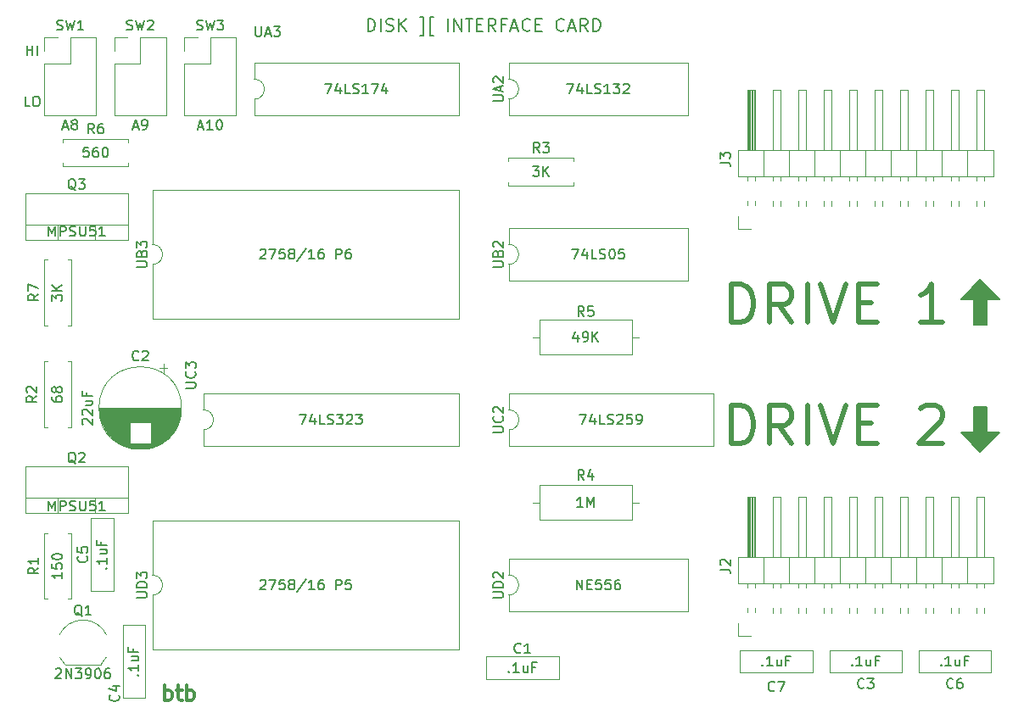
<source format=gbr>
%TF.GenerationSoftware,KiCad,Pcbnew,(6.0.5-0)*%
%TF.CreationDate,2022-08-03T01:41:10-07:00*%
%TF.ProjectId,DiskII,4469736b-4949-42e6-9b69-6361645f7063,rev?*%
%TF.SameCoordinates,Original*%
%TF.FileFunction,Legend,Top*%
%TF.FilePolarity,Positive*%
%FSLAX46Y46*%
G04 Gerber Fmt 4.6, Leading zero omitted, Abs format (unit mm)*
G04 Created by KiCad (PCBNEW (6.0.5-0)) date 2022-08-03 01:41:10*
%MOMM*%
%LPD*%
G01*
G04 APERTURE LIST*
%ADD10C,0.150000*%
%ADD11C,0.300000*%
%ADD12C,0.508000*%
%ADD13C,0.120000*%
G04 APERTURE END LIST*
D10*
G36*
X208915000Y-92075000D02*
G01*
X207645000Y-92075000D01*
X207645000Y-94615000D01*
X206375000Y-94615000D01*
X206375000Y-92075000D01*
X205105000Y-92075000D01*
X207010000Y-90170000D01*
X208915000Y-92075000D01*
G37*
X208915000Y-92075000D02*
X207645000Y-92075000D01*
X207645000Y-94615000D01*
X206375000Y-94615000D01*
X206375000Y-92075000D01*
X205105000Y-92075000D01*
X207010000Y-90170000D01*
X208915000Y-92075000D01*
G36*
X207645000Y-105410000D02*
G01*
X208915000Y-105410000D01*
X207010000Y-107315000D01*
X205105000Y-105410000D01*
X206375000Y-105410000D01*
X206375000Y-102870000D01*
X207645000Y-102870000D01*
X207645000Y-105410000D01*
G37*
X207645000Y-105410000D02*
X208915000Y-105410000D01*
X207010000Y-107315000D01*
X205105000Y-105410000D01*
X206375000Y-105410000D01*
X206375000Y-102870000D01*
X207645000Y-102870000D01*
X207645000Y-105410000D01*
X112180714Y-72842380D02*
X111704523Y-72842380D01*
X111704523Y-71842380D01*
X112704523Y-71842380D02*
X112895000Y-71842380D01*
X112990238Y-71890000D01*
X113085476Y-71985238D01*
X113133095Y-72175714D01*
X113133095Y-72509047D01*
X113085476Y-72699523D01*
X112990238Y-72794761D01*
X112895000Y-72842380D01*
X112704523Y-72842380D01*
X112609285Y-72794761D01*
X112514047Y-72699523D01*
X112466428Y-72509047D01*
X112466428Y-72175714D01*
X112514047Y-71985238D01*
X112609285Y-71890000D01*
X112704523Y-71842380D01*
D11*
X125647142Y-132123571D02*
X125647142Y-130623571D01*
X125647142Y-131195000D02*
X125790000Y-131123571D01*
X126075714Y-131123571D01*
X126218571Y-131195000D01*
X126290000Y-131266428D01*
X126361428Y-131409285D01*
X126361428Y-131837857D01*
X126290000Y-131980714D01*
X126218571Y-132052142D01*
X126075714Y-132123571D01*
X125790000Y-132123571D01*
X125647142Y-132052142D01*
X126790000Y-131123571D02*
X127361428Y-131123571D01*
X127004285Y-130623571D02*
X127004285Y-131909285D01*
X127075714Y-132052142D01*
X127218571Y-132123571D01*
X127361428Y-132123571D01*
X127861428Y-132123571D02*
X127861428Y-130623571D01*
X127861428Y-131195000D02*
X128004285Y-131123571D01*
X128290000Y-131123571D01*
X128432857Y-131195000D01*
X128504285Y-131266428D01*
X128575714Y-131409285D01*
X128575714Y-131837857D01*
X128504285Y-131980714D01*
X128432857Y-132052142D01*
X128290000Y-132123571D01*
X128004285Y-132123571D01*
X127861428Y-132052142D01*
D10*
X145898809Y-65344523D02*
X145898809Y-64074523D01*
X146201190Y-64074523D01*
X146382619Y-64135000D01*
X146503571Y-64255952D01*
X146564047Y-64376904D01*
X146624523Y-64618809D01*
X146624523Y-64800238D01*
X146564047Y-65042142D01*
X146503571Y-65163095D01*
X146382619Y-65284047D01*
X146201190Y-65344523D01*
X145898809Y-65344523D01*
X147168809Y-65344523D02*
X147168809Y-64074523D01*
X147713095Y-65284047D02*
X147894523Y-65344523D01*
X148196904Y-65344523D01*
X148317857Y-65284047D01*
X148378333Y-65223571D01*
X148438809Y-65102619D01*
X148438809Y-64981666D01*
X148378333Y-64860714D01*
X148317857Y-64800238D01*
X148196904Y-64739761D01*
X147955000Y-64679285D01*
X147834047Y-64618809D01*
X147773571Y-64558333D01*
X147713095Y-64437380D01*
X147713095Y-64316428D01*
X147773571Y-64195476D01*
X147834047Y-64135000D01*
X147955000Y-64074523D01*
X148257380Y-64074523D01*
X148438809Y-64135000D01*
X148983095Y-65344523D02*
X148983095Y-64074523D01*
X149708809Y-65344523D02*
X149164523Y-64618809D01*
X149708809Y-64074523D02*
X148983095Y-64800238D01*
X151099761Y-65767857D02*
X151402142Y-65767857D01*
X151402142Y-63953571D01*
X151099761Y-63953571D01*
X152430238Y-65767857D02*
X152127857Y-65767857D01*
X152127857Y-63953571D01*
X152430238Y-63953571D01*
X153881666Y-65344523D02*
X153881666Y-64074523D01*
X154486428Y-65344523D02*
X154486428Y-64074523D01*
X155212142Y-65344523D01*
X155212142Y-64074523D01*
X155635476Y-64074523D02*
X156361190Y-64074523D01*
X155998333Y-65344523D02*
X155998333Y-64074523D01*
X156784523Y-64679285D02*
X157207857Y-64679285D01*
X157389285Y-65344523D02*
X156784523Y-65344523D01*
X156784523Y-64074523D01*
X157389285Y-64074523D01*
X158659285Y-65344523D02*
X158235952Y-64739761D01*
X157933571Y-65344523D02*
X157933571Y-64074523D01*
X158417380Y-64074523D01*
X158538333Y-64135000D01*
X158598809Y-64195476D01*
X158659285Y-64316428D01*
X158659285Y-64497857D01*
X158598809Y-64618809D01*
X158538333Y-64679285D01*
X158417380Y-64739761D01*
X157933571Y-64739761D01*
X159626904Y-64679285D02*
X159203571Y-64679285D01*
X159203571Y-65344523D02*
X159203571Y-64074523D01*
X159808333Y-64074523D01*
X160231666Y-64981666D02*
X160836428Y-64981666D01*
X160110714Y-65344523D02*
X160534047Y-64074523D01*
X160957380Y-65344523D01*
X162106428Y-65223571D02*
X162045952Y-65284047D01*
X161864523Y-65344523D01*
X161743571Y-65344523D01*
X161562142Y-65284047D01*
X161441190Y-65163095D01*
X161380714Y-65042142D01*
X161320238Y-64800238D01*
X161320238Y-64618809D01*
X161380714Y-64376904D01*
X161441190Y-64255952D01*
X161562142Y-64135000D01*
X161743571Y-64074523D01*
X161864523Y-64074523D01*
X162045952Y-64135000D01*
X162106428Y-64195476D01*
X162650714Y-64679285D02*
X163074047Y-64679285D01*
X163255476Y-65344523D02*
X162650714Y-65344523D01*
X162650714Y-64074523D01*
X163255476Y-64074523D01*
X165493095Y-65223571D02*
X165432619Y-65284047D01*
X165251190Y-65344523D01*
X165130238Y-65344523D01*
X164948809Y-65284047D01*
X164827857Y-65163095D01*
X164767380Y-65042142D01*
X164706904Y-64800238D01*
X164706904Y-64618809D01*
X164767380Y-64376904D01*
X164827857Y-64255952D01*
X164948809Y-64135000D01*
X165130238Y-64074523D01*
X165251190Y-64074523D01*
X165432619Y-64135000D01*
X165493095Y-64195476D01*
X165976904Y-64981666D02*
X166581666Y-64981666D01*
X165855952Y-65344523D02*
X166279285Y-64074523D01*
X166702619Y-65344523D01*
X167851666Y-65344523D02*
X167428333Y-64739761D01*
X167125952Y-65344523D02*
X167125952Y-64074523D01*
X167609761Y-64074523D01*
X167730714Y-64135000D01*
X167791190Y-64195476D01*
X167851666Y-64316428D01*
X167851666Y-64497857D01*
X167791190Y-64618809D01*
X167730714Y-64679285D01*
X167609761Y-64739761D01*
X167125952Y-64739761D01*
X168395952Y-65344523D02*
X168395952Y-64074523D01*
X168698333Y-64074523D01*
X168879761Y-64135000D01*
X169000714Y-64255952D01*
X169061190Y-64376904D01*
X169121666Y-64618809D01*
X169121666Y-64800238D01*
X169061190Y-65042142D01*
X169000714Y-65163095D01*
X168879761Y-65284047D01*
X168698333Y-65344523D01*
X168395952Y-65344523D01*
X111871190Y-67762380D02*
X111871190Y-66762380D01*
X111871190Y-67238571D02*
X112442619Y-67238571D01*
X112442619Y-67762380D02*
X112442619Y-66762380D01*
X112918809Y-67762380D02*
X112918809Y-66762380D01*
%TO.C,R2*%
X114387380Y-101885714D02*
X114387380Y-102076190D01*
X114435000Y-102171428D01*
X114482619Y-102219047D01*
X114625476Y-102314285D01*
X114815952Y-102361904D01*
X115196904Y-102361904D01*
X115292142Y-102314285D01*
X115339761Y-102266666D01*
X115387380Y-102171428D01*
X115387380Y-101980952D01*
X115339761Y-101885714D01*
X115292142Y-101838095D01*
X115196904Y-101790476D01*
X114958809Y-101790476D01*
X114863571Y-101838095D01*
X114815952Y-101885714D01*
X114768333Y-101980952D01*
X114768333Y-102171428D01*
X114815952Y-102266666D01*
X114863571Y-102314285D01*
X114958809Y-102361904D01*
X114815952Y-101219047D02*
X114768333Y-101314285D01*
X114720714Y-101361904D01*
X114625476Y-101409523D01*
X114577857Y-101409523D01*
X114482619Y-101361904D01*
X114435000Y-101314285D01*
X114387380Y-101219047D01*
X114387380Y-101028571D01*
X114435000Y-100933333D01*
X114482619Y-100885714D01*
X114577857Y-100838095D01*
X114625476Y-100838095D01*
X114720714Y-100885714D01*
X114768333Y-100933333D01*
X114815952Y-101028571D01*
X114815952Y-101219047D01*
X114863571Y-101314285D01*
X114911190Y-101361904D01*
X115006428Y-101409523D01*
X115196904Y-101409523D01*
X115292142Y-101361904D01*
X115339761Y-101314285D01*
X115387380Y-101219047D01*
X115387380Y-101028571D01*
X115339761Y-100933333D01*
X115292142Y-100885714D01*
X115196904Y-100838095D01*
X115006428Y-100838095D01*
X114911190Y-100885714D01*
X114863571Y-100933333D01*
X114815952Y-101028571D01*
X112847380Y-101766666D02*
X112371190Y-102100000D01*
X112847380Y-102338095D02*
X111847380Y-102338095D01*
X111847380Y-101957142D01*
X111895000Y-101861904D01*
X111942619Y-101814285D01*
X112037857Y-101766666D01*
X112180714Y-101766666D01*
X112275952Y-101814285D01*
X112323571Y-101861904D01*
X112371190Y-101957142D01*
X112371190Y-102338095D01*
X111942619Y-101385714D02*
X111895000Y-101338095D01*
X111847380Y-101242857D01*
X111847380Y-101004761D01*
X111895000Y-100909523D01*
X111942619Y-100861904D01*
X112037857Y-100814285D01*
X112133095Y-100814285D01*
X112275952Y-100861904D01*
X112847380Y-101433333D01*
X112847380Y-100814285D01*
%TO.C,R3*%
X162361666Y-78827380D02*
X162980714Y-78827380D01*
X162647380Y-79208333D01*
X162790238Y-79208333D01*
X162885476Y-79255952D01*
X162933095Y-79303571D01*
X162980714Y-79398809D01*
X162980714Y-79636904D01*
X162933095Y-79732142D01*
X162885476Y-79779761D01*
X162790238Y-79827380D01*
X162504523Y-79827380D01*
X162409285Y-79779761D01*
X162361666Y-79732142D01*
X163409285Y-79827380D02*
X163409285Y-78827380D01*
X163980714Y-79827380D02*
X163552142Y-79255952D01*
X163980714Y-78827380D02*
X163409285Y-79398809D01*
X163028333Y-77457380D02*
X162695000Y-76981190D01*
X162456904Y-77457380D02*
X162456904Y-76457380D01*
X162837857Y-76457380D01*
X162933095Y-76505000D01*
X162980714Y-76552619D01*
X163028333Y-76647857D01*
X163028333Y-76790714D01*
X162980714Y-76885952D01*
X162933095Y-76933571D01*
X162837857Y-76981190D01*
X162456904Y-76981190D01*
X163361666Y-76457380D02*
X163980714Y-76457380D01*
X163647380Y-76838333D01*
X163790238Y-76838333D01*
X163885476Y-76885952D01*
X163933095Y-76933571D01*
X163980714Y-77028809D01*
X163980714Y-77266904D01*
X163933095Y-77362142D01*
X163885476Y-77409761D01*
X163790238Y-77457380D01*
X163504523Y-77457380D01*
X163409285Y-77409761D01*
X163361666Y-77362142D01*
%TO.C,C1*%
X159972857Y-129262142D02*
X160020476Y-129309761D01*
X159972857Y-129357380D01*
X159925238Y-129309761D01*
X159972857Y-129262142D01*
X159972857Y-129357380D01*
X160972857Y-129357380D02*
X160401428Y-129357380D01*
X160687142Y-129357380D02*
X160687142Y-128357380D01*
X160591904Y-128500238D01*
X160496666Y-128595476D01*
X160401428Y-128643095D01*
X161830000Y-128690714D02*
X161830000Y-129357380D01*
X161401428Y-128690714D02*
X161401428Y-129214523D01*
X161449047Y-129309761D01*
X161544285Y-129357380D01*
X161687142Y-129357380D01*
X161782380Y-129309761D01*
X161830000Y-129262142D01*
X162639523Y-128833571D02*
X162306190Y-128833571D01*
X162306190Y-129357380D02*
X162306190Y-128357380D01*
X162782380Y-128357380D01*
X161163333Y-127357142D02*
X161115714Y-127404761D01*
X160972857Y-127452380D01*
X160877619Y-127452380D01*
X160734761Y-127404761D01*
X160639523Y-127309523D01*
X160591904Y-127214285D01*
X160544285Y-127023809D01*
X160544285Y-126880952D01*
X160591904Y-126690476D01*
X160639523Y-126595238D01*
X160734761Y-126500000D01*
X160877619Y-126452380D01*
X160972857Y-126452380D01*
X161115714Y-126500000D01*
X161163333Y-126547619D01*
X162115714Y-127452380D02*
X161544285Y-127452380D01*
X161830000Y-127452380D02*
X161830000Y-126452380D01*
X161734761Y-126595238D01*
X161639523Y-126690476D01*
X161544285Y-126738095D01*
%TO.C,R4*%
X167354285Y-112847380D02*
X166782857Y-112847380D01*
X167068571Y-112847380D02*
X167068571Y-111847380D01*
X166973333Y-111990238D01*
X166878095Y-112085476D01*
X166782857Y-112133095D01*
X167782857Y-112847380D02*
X167782857Y-111847380D01*
X168116190Y-112561666D01*
X168449523Y-111847380D01*
X168449523Y-112847380D01*
X167473333Y-110127380D02*
X167140000Y-109651190D01*
X166901904Y-110127380D02*
X166901904Y-109127380D01*
X167282857Y-109127380D01*
X167378095Y-109175000D01*
X167425714Y-109222619D01*
X167473333Y-109317857D01*
X167473333Y-109460714D01*
X167425714Y-109555952D01*
X167378095Y-109603571D01*
X167282857Y-109651190D01*
X166901904Y-109651190D01*
X168330476Y-109460714D02*
X168330476Y-110127380D01*
X168092380Y-109079761D02*
X167854285Y-109794047D01*
X168473333Y-109794047D01*
%TO.C,R1*%
X115387380Y-119411666D02*
X115387380Y-119983095D01*
X115387380Y-119697380D02*
X114387380Y-119697380D01*
X114530238Y-119792619D01*
X114625476Y-119887857D01*
X114673095Y-119983095D01*
X114387380Y-118506904D02*
X114387380Y-118983095D01*
X114863571Y-119030714D01*
X114815952Y-118983095D01*
X114768333Y-118887857D01*
X114768333Y-118649761D01*
X114815952Y-118554523D01*
X114863571Y-118506904D01*
X114958809Y-118459285D01*
X115196904Y-118459285D01*
X115292142Y-118506904D01*
X115339761Y-118554523D01*
X115387380Y-118649761D01*
X115387380Y-118887857D01*
X115339761Y-118983095D01*
X115292142Y-119030714D01*
X114387380Y-117840238D02*
X114387380Y-117745000D01*
X114435000Y-117649761D01*
X114482619Y-117602142D01*
X114577857Y-117554523D01*
X114768333Y-117506904D01*
X115006428Y-117506904D01*
X115196904Y-117554523D01*
X115292142Y-117602142D01*
X115339761Y-117649761D01*
X115387380Y-117745000D01*
X115387380Y-117840238D01*
X115339761Y-117935476D01*
X115292142Y-117983095D01*
X115196904Y-118030714D01*
X115006428Y-118078333D01*
X114768333Y-118078333D01*
X114577857Y-118030714D01*
X114482619Y-117983095D01*
X114435000Y-117935476D01*
X114387380Y-117840238D01*
X113017380Y-118911666D02*
X112541190Y-119245000D01*
X113017380Y-119483095D02*
X112017380Y-119483095D01*
X112017380Y-119102142D01*
X112065000Y-119006904D01*
X112112619Y-118959285D01*
X112207857Y-118911666D01*
X112350714Y-118911666D01*
X112445952Y-118959285D01*
X112493571Y-119006904D01*
X112541190Y-119102142D01*
X112541190Y-119483095D01*
X113017380Y-117959285D02*
X113017380Y-118530714D01*
X113017380Y-118245000D02*
X112017380Y-118245000D01*
X112160238Y-118340238D01*
X112255476Y-118435476D01*
X112303095Y-118530714D01*
%TO.C,C4*%
X122912142Y-129627142D02*
X122959761Y-129579523D01*
X123007380Y-129627142D01*
X122959761Y-129674761D01*
X122912142Y-129627142D01*
X123007380Y-129627142D01*
X123007380Y-128627142D02*
X123007380Y-129198571D01*
X123007380Y-128912857D02*
X122007380Y-128912857D01*
X122150238Y-129008095D01*
X122245476Y-129103333D01*
X122293095Y-129198571D01*
X122340714Y-127770000D02*
X123007380Y-127770000D01*
X122340714Y-128198571D02*
X122864523Y-128198571D01*
X122959761Y-128150952D01*
X123007380Y-128055714D01*
X123007380Y-127912857D01*
X122959761Y-127817619D01*
X122912142Y-127770000D01*
X122483571Y-126960476D02*
X122483571Y-127293809D01*
X123007380Y-127293809D02*
X122007380Y-127293809D01*
X122007380Y-126817619D01*
X121007142Y-131611666D02*
X121054761Y-131659285D01*
X121102380Y-131802142D01*
X121102380Y-131897380D01*
X121054761Y-132040238D01*
X120959523Y-132135476D01*
X120864285Y-132183095D01*
X120673809Y-132230714D01*
X120530952Y-132230714D01*
X120340476Y-132183095D01*
X120245238Y-132135476D01*
X120150000Y-132040238D01*
X120102380Y-131897380D01*
X120102380Y-131802142D01*
X120150000Y-131659285D01*
X120197619Y-131611666D01*
X120435714Y-130754523D02*
X121102380Y-130754523D01*
X120054761Y-130992619D02*
X120769047Y-131230714D01*
X120769047Y-130611666D01*
%TO.C,UC2*%
X167060952Y-103592380D02*
X167727619Y-103592380D01*
X167299047Y-104592380D01*
X168537142Y-103925714D02*
X168537142Y-104592380D01*
X168299047Y-103544761D02*
X168060952Y-104259047D01*
X168680000Y-104259047D01*
X169537142Y-104592380D02*
X169060952Y-104592380D01*
X169060952Y-103592380D01*
X169822857Y-104544761D02*
X169965714Y-104592380D01*
X170203809Y-104592380D01*
X170299047Y-104544761D01*
X170346666Y-104497142D01*
X170394285Y-104401904D01*
X170394285Y-104306666D01*
X170346666Y-104211428D01*
X170299047Y-104163809D01*
X170203809Y-104116190D01*
X170013333Y-104068571D01*
X169918095Y-104020952D01*
X169870476Y-103973333D01*
X169822857Y-103878095D01*
X169822857Y-103782857D01*
X169870476Y-103687619D01*
X169918095Y-103640000D01*
X170013333Y-103592380D01*
X170251428Y-103592380D01*
X170394285Y-103640000D01*
X170775238Y-103687619D02*
X170822857Y-103640000D01*
X170918095Y-103592380D01*
X171156190Y-103592380D01*
X171251428Y-103640000D01*
X171299047Y-103687619D01*
X171346666Y-103782857D01*
X171346666Y-103878095D01*
X171299047Y-104020952D01*
X170727619Y-104592380D01*
X171346666Y-104592380D01*
X172251428Y-103592380D02*
X171775238Y-103592380D01*
X171727619Y-104068571D01*
X171775238Y-104020952D01*
X171870476Y-103973333D01*
X172108571Y-103973333D01*
X172203809Y-104020952D01*
X172251428Y-104068571D01*
X172299047Y-104163809D01*
X172299047Y-104401904D01*
X172251428Y-104497142D01*
X172203809Y-104544761D01*
X172108571Y-104592380D01*
X171870476Y-104592380D01*
X171775238Y-104544761D01*
X171727619Y-104497142D01*
X172775238Y-104592380D02*
X172965714Y-104592380D01*
X173060952Y-104544761D01*
X173108571Y-104497142D01*
X173203809Y-104354285D01*
X173251428Y-104163809D01*
X173251428Y-103782857D01*
X173203809Y-103687619D01*
X173156190Y-103640000D01*
X173060952Y-103592380D01*
X172870476Y-103592380D01*
X172775238Y-103640000D01*
X172727619Y-103687619D01*
X172680000Y-103782857D01*
X172680000Y-104020952D01*
X172727619Y-104116190D01*
X172775238Y-104163809D01*
X172870476Y-104211428D01*
X173060952Y-104211428D01*
X173156190Y-104163809D01*
X173203809Y-104116190D01*
X173251428Y-104020952D01*
X158412380Y-105401904D02*
X159221904Y-105401904D01*
X159317142Y-105354285D01*
X159364761Y-105306666D01*
X159412380Y-105211428D01*
X159412380Y-105020952D01*
X159364761Y-104925714D01*
X159317142Y-104878095D01*
X159221904Y-104830476D01*
X158412380Y-104830476D01*
X159317142Y-103782857D02*
X159364761Y-103830476D01*
X159412380Y-103973333D01*
X159412380Y-104068571D01*
X159364761Y-104211428D01*
X159269523Y-104306666D01*
X159174285Y-104354285D01*
X158983809Y-104401904D01*
X158840952Y-104401904D01*
X158650476Y-104354285D01*
X158555238Y-104306666D01*
X158460000Y-104211428D01*
X158412380Y-104068571D01*
X158412380Y-103973333D01*
X158460000Y-103830476D01*
X158507619Y-103782857D01*
X158507619Y-103401904D02*
X158460000Y-103354285D01*
X158412380Y-103259047D01*
X158412380Y-103020952D01*
X158460000Y-102925714D01*
X158507619Y-102878095D01*
X158602857Y-102830476D01*
X158698095Y-102830476D01*
X158840952Y-102878095D01*
X159412380Y-103449523D01*
X159412380Y-102830476D01*
%TO.C,UD2*%
X166743333Y-121092380D02*
X166743333Y-120092380D01*
X167314761Y-121092380D01*
X167314761Y-120092380D01*
X167790952Y-120568571D02*
X168124285Y-120568571D01*
X168267142Y-121092380D02*
X167790952Y-121092380D01*
X167790952Y-120092380D01*
X168267142Y-120092380D01*
X169171904Y-120092380D02*
X168695714Y-120092380D01*
X168648095Y-120568571D01*
X168695714Y-120520952D01*
X168790952Y-120473333D01*
X169029047Y-120473333D01*
X169124285Y-120520952D01*
X169171904Y-120568571D01*
X169219523Y-120663809D01*
X169219523Y-120901904D01*
X169171904Y-120997142D01*
X169124285Y-121044761D01*
X169029047Y-121092380D01*
X168790952Y-121092380D01*
X168695714Y-121044761D01*
X168648095Y-120997142D01*
X170124285Y-120092380D02*
X169648095Y-120092380D01*
X169600476Y-120568571D01*
X169648095Y-120520952D01*
X169743333Y-120473333D01*
X169981428Y-120473333D01*
X170076666Y-120520952D01*
X170124285Y-120568571D01*
X170171904Y-120663809D01*
X170171904Y-120901904D01*
X170124285Y-120997142D01*
X170076666Y-121044761D01*
X169981428Y-121092380D01*
X169743333Y-121092380D01*
X169648095Y-121044761D01*
X169600476Y-120997142D01*
X171029047Y-120092380D02*
X170838571Y-120092380D01*
X170743333Y-120140000D01*
X170695714Y-120187619D01*
X170600476Y-120330476D01*
X170552857Y-120520952D01*
X170552857Y-120901904D01*
X170600476Y-120997142D01*
X170648095Y-121044761D01*
X170743333Y-121092380D01*
X170933809Y-121092380D01*
X171029047Y-121044761D01*
X171076666Y-120997142D01*
X171124285Y-120901904D01*
X171124285Y-120663809D01*
X171076666Y-120568571D01*
X171029047Y-120520952D01*
X170933809Y-120473333D01*
X170743333Y-120473333D01*
X170648095Y-120520952D01*
X170600476Y-120568571D01*
X170552857Y-120663809D01*
X158412380Y-121901904D02*
X159221904Y-121901904D01*
X159317142Y-121854285D01*
X159364761Y-121806666D01*
X159412380Y-121711428D01*
X159412380Y-121520952D01*
X159364761Y-121425714D01*
X159317142Y-121378095D01*
X159221904Y-121330476D01*
X158412380Y-121330476D01*
X159412380Y-120854285D02*
X158412380Y-120854285D01*
X158412380Y-120616190D01*
X158460000Y-120473333D01*
X158555238Y-120378095D01*
X158650476Y-120330476D01*
X158840952Y-120282857D01*
X158983809Y-120282857D01*
X159174285Y-120330476D01*
X159269523Y-120378095D01*
X159364761Y-120473333D01*
X159412380Y-120616190D01*
X159412380Y-120854285D01*
X158507619Y-119901904D02*
X158460000Y-119854285D01*
X158412380Y-119759047D01*
X158412380Y-119520952D01*
X158460000Y-119425714D01*
X158507619Y-119378095D01*
X158602857Y-119330476D01*
X158698095Y-119330476D01*
X158840952Y-119378095D01*
X159412380Y-119949523D01*
X159412380Y-119330476D01*
%TO.C,UD3*%
X135152380Y-120197619D02*
X135200000Y-120150000D01*
X135295238Y-120102380D01*
X135533333Y-120102380D01*
X135628571Y-120150000D01*
X135676190Y-120197619D01*
X135723809Y-120292857D01*
X135723809Y-120388095D01*
X135676190Y-120530952D01*
X135104761Y-121102380D01*
X135723809Y-121102380D01*
X136057142Y-120102380D02*
X136723809Y-120102380D01*
X136295238Y-121102380D01*
X137580952Y-120102380D02*
X137104761Y-120102380D01*
X137057142Y-120578571D01*
X137104761Y-120530952D01*
X137200000Y-120483333D01*
X137438095Y-120483333D01*
X137533333Y-120530952D01*
X137580952Y-120578571D01*
X137628571Y-120673809D01*
X137628571Y-120911904D01*
X137580952Y-121007142D01*
X137533333Y-121054761D01*
X137438095Y-121102380D01*
X137200000Y-121102380D01*
X137104761Y-121054761D01*
X137057142Y-121007142D01*
X138200000Y-120530952D02*
X138104761Y-120483333D01*
X138057142Y-120435714D01*
X138009523Y-120340476D01*
X138009523Y-120292857D01*
X138057142Y-120197619D01*
X138104761Y-120150000D01*
X138200000Y-120102380D01*
X138390476Y-120102380D01*
X138485714Y-120150000D01*
X138533333Y-120197619D01*
X138580952Y-120292857D01*
X138580952Y-120340476D01*
X138533333Y-120435714D01*
X138485714Y-120483333D01*
X138390476Y-120530952D01*
X138200000Y-120530952D01*
X138104761Y-120578571D01*
X138057142Y-120626190D01*
X138009523Y-120721428D01*
X138009523Y-120911904D01*
X138057142Y-121007142D01*
X138104761Y-121054761D01*
X138200000Y-121102380D01*
X138390476Y-121102380D01*
X138485714Y-121054761D01*
X138533333Y-121007142D01*
X138580952Y-120911904D01*
X138580952Y-120721428D01*
X138533333Y-120626190D01*
X138485714Y-120578571D01*
X138390476Y-120530952D01*
X139723809Y-120054761D02*
X138866666Y-121340476D01*
X140580952Y-121102380D02*
X140009523Y-121102380D01*
X140295238Y-121102380D02*
X140295238Y-120102380D01*
X140200000Y-120245238D01*
X140104761Y-120340476D01*
X140009523Y-120388095D01*
X141438095Y-120102380D02*
X141247619Y-120102380D01*
X141152380Y-120150000D01*
X141104761Y-120197619D01*
X141009523Y-120340476D01*
X140961904Y-120530952D01*
X140961904Y-120911904D01*
X141009523Y-121007142D01*
X141057142Y-121054761D01*
X141152380Y-121102380D01*
X141342857Y-121102380D01*
X141438095Y-121054761D01*
X141485714Y-121007142D01*
X141533333Y-120911904D01*
X141533333Y-120673809D01*
X141485714Y-120578571D01*
X141438095Y-120530952D01*
X141342857Y-120483333D01*
X141152380Y-120483333D01*
X141057142Y-120530952D01*
X141009523Y-120578571D01*
X140961904Y-120673809D01*
X142723809Y-121102380D02*
X142723809Y-120102380D01*
X143104761Y-120102380D01*
X143200000Y-120150000D01*
X143247619Y-120197619D01*
X143295238Y-120292857D01*
X143295238Y-120435714D01*
X143247619Y-120530952D01*
X143200000Y-120578571D01*
X143104761Y-120626190D01*
X142723809Y-120626190D01*
X144200000Y-120102380D02*
X143723809Y-120102380D01*
X143676190Y-120578571D01*
X143723809Y-120530952D01*
X143819047Y-120483333D01*
X144057142Y-120483333D01*
X144152380Y-120530952D01*
X144200000Y-120578571D01*
X144247619Y-120673809D01*
X144247619Y-120911904D01*
X144200000Y-121007142D01*
X144152380Y-121054761D01*
X144057142Y-121102380D01*
X143819047Y-121102380D01*
X143723809Y-121054761D01*
X143676190Y-121007142D01*
X122852380Y-121911904D02*
X123661904Y-121911904D01*
X123757142Y-121864285D01*
X123804761Y-121816666D01*
X123852380Y-121721428D01*
X123852380Y-121530952D01*
X123804761Y-121435714D01*
X123757142Y-121388095D01*
X123661904Y-121340476D01*
X122852380Y-121340476D01*
X123852380Y-120864285D02*
X122852380Y-120864285D01*
X122852380Y-120626190D01*
X122900000Y-120483333D01*
X122995238Y-120388095D01*
X123090476Y-120340476D01*
X123280952Y-120292857D01*
X123423809Y-120292857D01*
X123614285Y-120340476D01*
X123709523Y-120388095D01*
X123804761Y-120483333D01*
X123852380Y-120626190D01*
X123852380Y-120864285D01*
X122852380Y-119959523D02*
X122852380Y-119340476D01*
X123233333Y-119673809D01*
X123233333Y-119530952D01*
X123280952Y-119435714D01*
X123328571Y-119388095D01*
X123423809Y-119340476D01*
X123661904Y-119340476D01*
X123757142Y-119388095D01*
X123804761Y-119435714D01*
X123852380Y-119530952D01*
X123852380Y-119816666D01*
X123804761Y-119911904D01*
X123757142Y-119959523D01*
%TO.C,C6*%
X203112857Y-128627142D02*
X203160476Y-128674761D01*
X203112857Y-128722380D01*
X203065238Y-128674761D01*
X203112857Y-128627142D01*
X203112857Y-128722380D01*
X204112857Y-128722380D02*
X203541428Y-128722380D01*
X203827142Y-128722380D02*
X203827142Y-127722380D01*
X203731904Y-127865238D01*
X203636666Y-127960476D01*
X203541428Y-128008095D01*
X204970000Y-128055714D02*
X204970000Y-128722380D01*
X204541428Y-128055714D02*
X204541428Y-128579523D01*
X204589047Y-128674761D01*
X204684285Y-128722380D01*
X204827142Y-128722380D01*
X204922380Y-128674761D01*
X204970000Y-128627142D01*
X205779523Y-128198571D02*
X205446190Y-128198571D01*
X205446190Y-128722380D02*
X205446190Y-127722380D01*
X205922380Y-127722380D01*
X204303333Y-130877142D02*
X204255714Y-130924761D01*
X204112857Y-130972380D01*
X204017619Y-130972380D01*
X203874761Y-130924761D01*
X203779523Y-130829523D01*
X203731904Y-130734285D01*
X203684285Y-130543809D01*
X203684285Y-130400952D01*
X203731904Y-130210476D01*
X203779523Y-130115238D01*
X203874761Y-130020000D01*
X204017619Y-129972380D01*
X204112857Y-129972380D01*
X204255714Y-130020000D01*
X204303333Y-130067619D01*
X205160476Y-129972380D02*
X204970000Y-129972380D01*
X204874761Y-130020000D01*
X204827142Y-130067619D01*
X204731904Y-130210476D01*
X204684285Y-130400952D01*
X204684285Y-130781904D01*
X204731904Y-130877142D01*
X204779523Y-130924761D01*
X204874761Y-130972380D01*
X205065238Y-130972380D01*
X205160476Y-130924761D01*
X205208095Y-130877142D01*
X205255714Y-130781904D01*
X205255714Y-130543809D01*
X205208095Y-130448571D01*
X205160476Y-130400952D01*
X205065238Y-130353333D01*
X204874761Y-130353333D01*
X204779523Y-130400952D01*
X204731904Y-130448571D01*
X204684285Y-130543809D01*
%TO.C,Q2*%
X114054285Y-113228380D02*
X114054285Y-112228380D01*
X114387619Y-112942666D01*
X114720952Y-112228380D01*
X114720952Y-113228380D01*
X115197142Y-113228380D02*
X115197142Y-112228380D01*
X115578095Y-112228380D01*
X115673333Y-112276000D01*
X115720952Y-112323619D01*
X115768571Y-112418857D01*
X115768571Y-112561714D01*
X115720952Y-112656952D01*
X115673333Y-112704571D01*
X115578095Y-112752190D01*
X115197142Y-112752190D01*
X116149523Y-113180761D02*
X116292380Y-113228380D01*
X116530476Y-113228380D01*
X116625714Y-113180761D01*
X116673333Y-113133142D01*
X116720952Y-113037904D01*
X116720952Y-112942666D01*
X116673333Y-112847428D01*
X116625714Y-112799809D01*
X116530476Y-112752190D01*
X116340000Y-112704571D01*
X116244761Y-112656952D01*
X116197142Y-112609333D01*
X116149523Y-112514095D01*
X116149523Y-112418857D01*
X116197142Y-112323619D01*
X116244761Y-112276000D01*
X116340000Y-112228380D01*
X116578095Y-112228380D01*
X116720952Y-112276000D01*
X117149523Y-112228380D02*
X117149523Y-113037904D01*
X117197142Y-113133142D01*
X117244761Y-113180761D01*
X117340000Y-113228380D01*
X117530476Y-113228380D01*
X117625714Y-113180761D01*
X117673333Y-113133142D01*
X117720952Y-113037904D01*
X117720952Y-112228380D01*
X118673333Y-112228380D02*
X118197142Y-112228380D01*
X118149523Y-112704571D01*
X118197142Y-112656952D01*
X118292380Y-112609333D01*
X118530476Y-112609333D01*
X118625714Y-112656952D01*
X118673333Y-112704571D01*
X118720952Y-112799809D01*
X118720952Y-113037904D01*
X118673333Y-113133142D01*
X118625714Y-113180761D01*
X118530476Y-113228380D01*
X118292380Y-113228380D01*
X118197142Y-113180761D01*
X118149523Y-113133142D01*
X119673333Y-113228380D02*
X119101904Y-113228380D01*
X119387619Y-113228380D02*
X119387619Y-112228380D01*
X119292380Y-112371238D01*
X119197142Y-112466476D01*
X119101904Y-112514095D01*
X116744761Y-108497619D02*
X116649523Y-108450000D01*
X116554285Y-108354761D01*
X116411428Y-108211904D01*
X116316190Y-108164285D01*
X116220952Y-108164285D01*
X116268571Y-108402380D02*
X116173333Y-108354761D01*
X116078095Y-108259523D01*
X116030476Y-108069047D01*
X116030476Y-107735714D01*
X116078095Y-107545238D01*
X116173333Y-107450000D01*
X116268571Y-107402380D01*
X116459047Y-107402380D01*
X116554285Y-107450000D01*
X116649523Y-107545238D01*
X116697142Y-107735714D01*
X116697142Y-108069047D01*
X116649523Y-108259523D01*
X116554285Y-108354761D01*
X116459047Y-108402380D01*
X116268571Y-108402380D01*
X117078095Y-107497619D02*
X117125714Y-107450000D01*
X117220952Y-107402380D01*
X117459047Y-107402380D01*
X117554285Y-107450000D01*
X117601904Y-107497619D01*
X117649523Y-107592857D01*
X117649523Y-107688095D01*
X117601904Y-107830952D01*
X117030476Y-108402380D01*
X117649523Y-108402380D01*
%TO.C,Q1*%
X114760714Y-129062619D02*
X114808333Y-129015000D01*
X114903571Y-128967380D01*
X115141666Y-128967380D01*
X115236904Y-129015000D01*
X115284523Y-129062619D01*
X115332142Y-129157857D01*
X115332142Y-129253095D01*
X115284523Y-129395952D01*
X114713095Y-129967380D01*
X115332142Y-129967380D01*
X115760714Y-129967380D02*
X115760714Y-128967380D01*
X116332142Y-129967380D01*
X116332142Y-128967380D01*
X116713095Y-128967380D02*
X117332142Y-128967380D01*
X116998809Y-129348333D01*
X117141666Y-129348333D01*
X117236904Y-129395952D01*
X117284523Y-129443571D01*
X117332142Y-129538809D01*
X117332142Y-129776904D01*
X117284523Y-129872142D01*
X117236904Y-129919761D01*
X117141666Y-129967380D01*
X116855952Y-129967380D01*
X116760714Y-129919761D01*
X116713095Y-129872142D01*
X117808333Y-129967380D02*
X117998809Y-129967380D01*
X118094047Y-129919761D01*
X118141666Y-129872142D01*
X118236904Y-129729285D01*
X118284523Y-129538809D01*
X118284523Y-129157857D01*
X118236904Y-129062619D01*
X118189285Y-129015000D01*
X118094047Y-128967380D01*
X117903571Y-128967380D01*
X117808333Y-129015000D01*
X117760714Y-129062619D01*
X117713095Y-129157857D01*
X117713095Y-129395952D01*
X117760714Y-129491190D01*
X117808333Y-129538809D01*
X117903571Y-129586428D01*
X118094047Y-129586428D01*
X118189285Y-129538809D01*
X118236904Y-129491190D01*
X118284523Y-129395952D01*
X118903571Y-128967380D02*
X118998809Y-128967380D01*
X119094047Y-129015000D01*
X119141666Y-129062619D01*
X119189285Y-129157857D01*
X119236904Y-129348333D01*
X119236904Y-129586428D01*
X119189285Y-129776904D01*
X119141666Y-129872142D01*
X119094047Y-129919761D01*
X118998809Y-129967380D01*
X118903571Y-129967380D01*
X118808333Y-129919761D01*
X118760714Y-129872142D01*
X118713095Y-129776904D01*
X118665476Y-129586428D01*
X118665476Y-129348333D01*
X118713095Y-129157857D01*
X118760714Y-129062619D01*
X118808333Y-129015000D01*
X118903571Y-128967380D01*
X120094047Y-128967380D02*
X119903571Y-128967380D01*
X119808333Y-129015000D01*
X119760714Y-129062619D01*
X119665476Y-129205476D01*
X119617857Y-129395952D01*
X119617857Y-129776904D01*
X119665476Y-129872142D01*
X119713095Y-129919761D01*
X119808333Y-129967380D01*
X119998809Y-129967380D01*
X120094047Y-129919761D01*
X120141666Y-129872142D01*
X120189285Y-129776904D01*
X120189285Y-129538809D01*
X120141666Y-129443571D01*
X120094047Y-129395952D01*
X119998809Y-129348333D01*
X119808333Y-129348333D01*
X119713095Y-129395952D01*
X119665476Y-129443571D01*
X119617857Y-129538809D01*
X117379761Y-123737619D02*
X117284523Y-123690000D01*
X117189285Y-123594761D01*
X117046428Y-123451904D01*
X116951190Y-123404285D01*
X116855952Y-123404285D01*
X116903571Y-123642380D02*
X116808333Y-123594761D01*
X116713095Y-123499523D01*
X116665476Y-123309047D01*
X116665476Y-122975714D01*
X116713095Y-122785238D01*
X116808333Y-122690000D01*
X116903571Y-122642380D01*
X117094047Y-122642380D01*
X117189285Y-122690000D01*
X117284523Y-122785238D01*
X117332142Y-122975714D01*
X117332142Y-123309047D01*
X117284523Y-123499523D01*
X117189285Y-123594761D01*
X117094047Y-123642380D01*
X116903571Y-123642380D01*
X118284523Y-123642380D02*
X117713095Y-123642380D01*
X117998809Y-123642380D02*
X117998809Y-122642380D01*
X117903571Y-122785238D01*
X117808333Y-122880476D01*
X117713095Y-122928095D01*
%TO.C,C7*%
X185292857Y-128627142D02*
X185340476Y-128674761D01*
X185292857Y-128722380D01*
X185245238Y-128674761D01*
X185292857Y-128627142D01*
X185292857Y-128722380D01*
X186292857Y-128722380D02*
X185721428Y-128722380D01*
X186007142Y-128722380D02*
X186007142Y-127722380D01*
X185911904Y-127865238D01*
X185816666Y-127960476D01*
X185721428Y-128008095D01*
X187150000Y-128055714D02*
X187150000Y-128722380D01*
X186721428Y-128055714D02*
X186721428Y-128579523D01*
X186769047Y-128674761D01*
X186864285Y-128722380D01*
X187007142Y-128722380D01*
X187102380Y-128674761D01*
X187150000Y-128627142D01*
X187959523Y-128198571D02*
X187626190Y-128198571D01*
X187626190Y-128722380D02*
X187626190Y-127722380D01*
X188102380Y-127722380D01*
X186483333Y-131167142D02*
X186435714Y-131214761D01*
X186292857Y-131262380D01*
X186197619Y-131262380D01*
X186054761Y-131214761D01*
X185959523Y-131119523D01*
X185911904Y-131024285D01*
X185864285Y-130833809D01*
X185864285Y-130690952D01*
X185911904Y-130500476D01*
X185959523Y-130405238D01*
X186054761Y-130310000D01*
X186197619Y-130262380D01*
X186292857Y-130262380D01*
X186435714Y-130310000D01*
X186483333Y-130357619D01*
X186816666Y-130262380D02*
X187483333Y-130262380D01*
X187054761Y-131262380D01*
%TO.C,R5*%
X166854285Y-95670714D02*
X166854285Y-96337380D01*
X166616190Y-95289761D02*
X166378095Y-96004047D01*
X166997142Y-96004047D01*
X167425714Y-96337380D02*
X167616190Y-96337380D01*
X167711428Y-96289761D01*
X167759047Y-96242142D01*
X167854285Y-96099285D01*
X167901904Y-95908809D01*
X167901904Y-95527857D01*
X167854285Y-95432619D01*
X167806666Y-95385000D01*
X167711428Y-95337380D01*
X167520952Y-95337380D01*
X167425714Y-95385000D01*
X167378095Y-95432619D01*
X167330476Y-95527857D01*
X167330476Y-95765952D01*
X167378095Y-95861190D01*
X167425714Y-95908809D01*
X167520952Y-95956428D01*
X167711428Y-95956428D01*
X167806666Y-95908809D01*
X167854285Y-95861190D01*
X167901904Y-95765952D01*
X168330476Y-96337380D02*
X168330476Y-95337380D01*
X168901904Y-96337380D02*
X168473333Y-95765952D01*
X168901904Y-95337380D02*
X168330476Y-95908809D01*
X167473333Y-93797380D02*
X167140000Y-93321190D01*
X166901904Y-93797380D02*
X166901904Y-92797380D01*
X167282857Y-92797380D01*
X167378095Y-92845000D01*
X167425714Y-92892619D01*
X167473333Y-92987857D01*
X167473333Y-93130714D01*
X167425714Y-93225952D01*
X167378095Y-93273571D01*
X167282857Y-93321190D01*
X166901904Y-93321190D01*
X168378095Y-92797380D02*
X167901904Y-92797380D01*
X167854285Y-93273571D01*
X167901904Y-93225952D01*
X167997142Y-93178333D01*
X168235238Y-93178333D01*
X168330476Y-93225952D01*
X168378095Y-93273571D01*
X168425714Y-93368809D01*
X168425714Y-93606904D01*
X168378095Y-93702142D01*
X168330476Y-93749761D01*
X168235238Y-93797380D01*
X167997142Y-93797380D01*
X167901904Y-93749761D01*
X167854285Y-93702142D01*
%TO.C,SW3*%
X128979523Y-74886666D02*
X129455714Y-74886666D01*
X128884285Y-75172380D02*
X129217619Y-74172380D01*
X129550952Y-75172380D01*
X130408095Y-75172380D02*
X129836666Y-75172380D01*
X130122380Y-75172380D02*
X130122380Y-74172380D01*
X130027142Y-74315238D01*
X129931904Y-74410476D01*
X129836666Y-74458095D01*
X131027142Y-74172380D02*
X131122380Y-74172380D01*
X131217619Y-74220000D01*
X131265238Y-74267619D01*
X131312857Y-74362857D01*
X131360476Y-74553333D01*
X131360476Y-74791428D01*
X131312857Y-74981904D01*
X131265238Y-75077142D01*
X131217619Y-75124761D01*
X131122380Y-75172380D01*
X131027142Y-75172380D01*
X130931904Y-75124761D01*
X130884285Y-75077142D01*
X130836666Y-74981904D01*
X130789047Y-74791428D01*
X130789047Y-74553333D01*
X130836666Y-74362857D01*
X130884285Y-74267619D01*
X130931904Y-74220000D01*
X131027142Y-74172380D01*
X128836666Y-65174761D02*
X128979523Y-65222380D01*
X129217619Y-65222380D01*
X129312857Y-65174761D01*
X129360476Y-65127142D01*
X129408095Y-65031904D01*
X129408095Y-64936666D01*
X129360476Y-64841428D01*
X129312857Y-64793809D01*
X129217619Y-64746190D01*
X129027142Y-64698571D01*
X128931904Y-64650952D01*
X128884285Y-64603333D01*
X128836666Y-64508095D01*
X128836666Y-64412857D01*
X128884285Y-64317619D01*
X128931904Y-64270000D01*
X129027142Y-64222380D01*
X129265238Y-64222380D01*
X129408095Y-64270000D01*
X129741428Y-64222380D02*
X129979523Y-65222380D01*
X130170000Y-64508095D01*
X130360476Y-65222380D01*
X130598571Y-64222380D01*
X130884285Y-64222380D02*
X131503333Y-64222380D01*
X131170000Y-64603333D01*
X131312857Y-64603333D01*
X131408095Y-64650952D01*
X131455714Y-64698571D01*
X131503333Y-64793809D01*
X131503333Y-65031904D01*
X131455714Y-65127142D01*
X131408095Y-65174761D01*
X131312857Y-65222380D01*
X131027142Y-65222380D01*
X130931904Y-65174761D01*
X130884285Y-65127142D01*
D12*
%TO.C,J3*%
X182212342Y-94433571D02*
X182212342Y-90623571D01*
X183119485Y-90623571D01*
X183663771Y-90805000D01*
X184026628Y-91167857D01*
X184208057Y-91530714D01*
X184389485Y-92256428D01*
X184389485Y-92800714D01*
X184208057Y-93526428D01*
X184026628Y-93889285D01*
X183663771Y-94252142D01*
X183119485Y-94433571D01*
X182212342Y-94433571D01*
X188199485Y-94433571D02*
X186929485Y-92619285D01*
X186022342Y-94433571D02*
X186022342Y-90623571D01*
X187473771Y-90623571D01*
X187836628Y-90805000D01*
X188018057Y-90986428D01*
X188199485Y-91349285D01*
X188199485Y-91893571D01*
X188018057Y-92256428D01*
X187836628Y-92437857D01*
X187473771Y-92619285D01*
X186022342Y-92619285D01*
X189832342Y-94433571D02*
X189832342Y-90623571D01*
X191102342Y-90623571D02*
X192372342Y-94433571D01*
X193642342Y-90623571D01*
X194912342Y-92437857D02*
X196182342Y-92437857D01*
X196726628Y-94433571D02*
X194912342Y-94433571D01*
X194912342Y-90623571D01*
X196726628Y-90623571D01*
X203258057Y-94433571D02*
X201080914Y-94433571D01*
X202169485Y-94433571D02*
X202169485Y-90623571D01*
X201806628Y-91167857D01*
X201443771Y-91530714D01*
X201080914Y-91712142D01*
D10*
X181062380Y-78438333D02*
X181776666Y-78438333D01*
X181919523Y-78485952D01*
X182014761Y-78581190D01*
X182062380Y-78724047D01*
X182062380Y-78819285D01*
X181062380Y-78057380D02*
X181062380Y-77438333D01*
X181443333Y-77771666D01*
X181443333Y-77628809D01*
X181490952Y-77533571D01*
X181538571Y-77485952D01*
X181633809Y-77438333D01*
X181871904Y-77438333D01*
X181967142Y-77485952D01*
X182014761Y-77533571D01*
X182062380Y-77628809D01*
X182062380Y-77914523D01*
X182014761Y-78009761D01*
X181967142Y-78057380D01*
%TO.C,SW1*%
X115485714Y-74886666D02*
X115961904Y-74886666D01*
X115390476Y-75172380D02*
X115723809Y-74172380D01*
X116057142Y-75172380D01*
X116533333Y-74600952D02*
X116438095Y-74553333D01*
X116390476Y-74505714D01*
X116342857Y-74410476D01*
X116342857Y-74362857D01*
X116390476Y-74267619D01*
X116438095Y-74220000D01*
X116533333Y-74172380D01*
X116723809Y-74172380D01*
X116819047Y-74220000D01*
X116866666Y-74267619D01*
X116914285Y-74362857D01*
X116914285Y-74410476D01*
X116866666Y-74505714D01*
X116819047Y-74553333D01*
X116723809Y-74600952D01*
X116533333Y-74600952D01*
X116438095Y-74648571D01*
X116390476Y-74696190D01*
X116342857Y-74791428D01*
X116342857Y-74981904D01*
X116390476Y-75077142D01*
X116438095Y-75124761D01*
X116533333Y-75172380D01*
X116723809Y-75172380D01*
X116819047Y-75124761D01*
X116866666Y-75077142D01*
X116914285Y-74981904D01*
X116914285Y-74791428D01*
X116866666Y-74696190D01*
X116819047Y-74648571D01*
X116723809Y-74600952D01*
X114866666Y-65174761D02*
X115009523Y-65222380D01*
X115247619Y-65222380D01*
X115342857Y-65174761D01*
X115390476Y-65127142D01*
X115438095Y-65031904D01*
X115438095Y-64936666D01*
X115390476Y-64841428D01*
X115342857Y-64793809D01*
X115247619Y-64746190D01*
X115057142Y-64698571D01*
X114961904Y-64650952D01*
X114914285Y-64603333D01*
X114866666Y-64508095D01*
X114866666Y-64412857D01*
X114914285Y-64317619D01*
X114961904Y-64270000D01*
X115057142Y-64222380D01*
X115295238Y-64222380D01*
X115438095Y-64270000D01*
X115771428Y-64222380D02*
X116009523Y-65222380D01*
X116200000Y-64508095D01*
X116390476Y-65222380D01*
X116628571Y-64222380D01*
X117533333Y-65222380D02*
X116961904Y-65222380D01*
X117247619Y-65222380D02*
X117247619Y-64222380D01*
X117152380Y-64365238D01*
X117057142Y-64460476D01*
X116961904Y-64508095D01*
%TO.C,UA2*%
X165790952Y-70572380D02*
X166457619Y-70572380D01*
X166029047Y-71572380D01*
X167267142Y-70905714D02*
X167267142Y-71572380D01*
X167029047Y-70524761D02*
X166790952Y-71239047D01*
X167410000Y-71239047D01*
X168267142Y-71572380D02*
X167790952Y-71572380D01*
X167790952Y-70572380D01*
X168552857Y-71524761D02*
X168695714Y-71572380D01*
X168933809Y-71572380D01*
X169029047Y-71524761D01*
X169076666Y-71477142D01*
X169124285Y-71381904D01*
X169124285Y-71286666D01*
X169076666Y-71191428D01*
X169029047Y-71143809D01*
X168933809Y-71096190D01*
X168743333Y-71048571D01*
X168648095Y-71000952D01*
X168600476Y-70953333D01*
X168552857Y-70858095D01*
X168552857Y-70762857D01*
X168600476Y-70667619D01*
X168648095Y-70620000D01*
X168743333Y-70572380D01*
X168981428Y-70572380D01*
X169124285Y-70620000D01*
X170076666Y-71572380D02*
X169505238Y-71572380D01*
X169790952Y-71572380D02*
X169790952Y-70572380D01*
X169695714Y-70715238D01*
X169600476Y-70810476D01*
X169505238Y-70858095D01*
X170410000Y-70572380D02*
X171029047Y-70572380D01*
X170695714Y-70953333D01*
X170838571Y-70953333D01*
X170933809Y-71000952D01*
X170981428Y-71048571D01*
X171029047Y-71143809D01*
X171029047Y-71381904D01*
X170981428Y-71477142D01*
X170933809Y-71524761D01*
X170838571Y-71572380D01*
X170552857Y-71572380D01*
X170457619Y-71524761D01*
X170410000Y-71477142D01*
X171410000Y-70667619D02*
X171457619Y-70620000D01*
X171552857Y-70572380D01*
X171790952Y-70572380D01*
X171886190Y-70620000D01*
X171933809Y-70667619D01*
X171981428Y-70762857D01*
X171981428Y-70858095D01*
X171933809Y-71000952D01*
X171362380Y-71572380D01*
X171981428Y-71572380D01*
X158412380Y-72310476D02*
X159221904Y-72310476D01*
X159317142Y-72262857D01*
X159364761Y-72215238D01*
X159412380Y-72120000D01*
X159412380Y-71929523D01*
X159364761Y-71834285D01*
X159317142Y-71786666D01*
X159221904Y-71739047D01*
X158412380Y-71739047D01*
X159126666Y-71310476D02*
X159126666Y-70834285D01*
X159412380Y-71405714D02*
X158412380Y-71072380D01*
X159412380Y-70739047D01*
X158507619Y-70453333D02*
X158460000Y-70405714D01*
X158412380Y-70310476D01*
X158412380Y-70072380D01*
X158460000Y-69977142D01*
X158507619Y-69929523D01*
X158602857Y-69881904D01*
X158698095Y-69881904D01*
X158840952Y-69929523D01*
X159412380Y-70500952D01*
X159412380Y-69881904D01*
%TO.C,UC3*%
X139120952Y-103592380D02*
X139787619Y-103592380D01*
X139359047Y-104592380D01*
X140597142Y-103925714D02*
X140597142Y-104592380D01*
X140359047Y-103544761D02*
X140120952Y-104259047D01*
X140740000Y-104259047D01*
X141597142Y-104592380D02*
X141120952Y-104592380D01*
X141120952Y-103592380D01*
X141882857Y-104544761D02*
X142025714Y-104592380D01*
X142263809Y-104592380D01*
X142359047Y-104544761D01*
X142406666Y-104497142D01*
X142454285Y-104401904D01*
X142454285Y-104306666D01*
X142406666Y-104211428D01*
X142359047Y-104163809D01*
X142263809Y-104116190D01*
X142073333Y-104068571D01*
X141978095Y-104020952D01*
X141930476Y-103973333D01*
X141882857Y-103878095D01*
X141882857Y-103782857D01*
X141930476Y-103687619D01*
X141978095Y-103640000D01*
X142073333Y-103592380D01*
X142311428Y-103592380D01*
X142454285Y-103640000D01*
X142787619Y-103592380D02*
X143406666Y-103592380D01*
X143073333Y-103973333D01*
X143216190Y-103973333D01*
X143311428Y-104020952D01*
X143359047Y-104068571D01*
X143406666Y-104163809D01*
X143406666Y-104401904D01*
X143359047Y-104497142D01*
X143311428Y-104544761D01*
X143216190Y-104592380D01*
X142930476Y-104592380D01*
X142835238Y-104544761D01*
X142787619Y-104497142D01*
X143787619Y-103687619D02*
X143835238Y-103640000D01*
X143930476Y-103592380D01*
X144168571Y-103592380D01*
X144263809Y-103640000D01*
X144311428Y-103687619D01*
X144359047Y-103782857D01*
X144359047Y-103878095D01*
X144311428Y-104020952D01*
X143740000Y-104592380D01*
X144359047Y-104592380D01*
X144692380Y-103592380D02*
X145311428Y-103592380D01*
X144978095Y-103973333D01*
X145120952Y-103973333D01*
X145216190Y-104020952D01*
X145263809Y-104068571D01*
X145311428Y-104163809D01*
X145311428Y-104401904D01*
X145263809Y-104497142D01*
X145216190Y-104544761D01*
X145120952Y-104592380D01*
X144835238Y-104592380D01*
X144740000Y-104544761D01*
X144692380Y-104497142D01*
X127722380Y-100956904D02*
X128531904Y-100956904D01*
X128627142Y-100909285D01*
X128674761Y-100861666D01*
X128722380Y-100766428D01*
X128722380Y-100575952D01*
X128674761Y-100480714D01*
X128627142Y-100433095D01*
X128531904Y-100385476D01*
X127722380Y-100385476D01*
X128627142Y-99337857D02*
X128674761Y-99385476D01*
X128722380Y-99528333D01*
X128722380Y-99623571D01*
X128674761Y-99766428D01*
X128579523Y-99861666D01*
X128484285Y-99909285D01*
X128293809Y-99956904D01*
X128150952Y-99956904D01*
X127960476Y-99909285D01*
X127865238Y-99861666D01*
X127770000Y-99766428D01*
X127722380Y-99623571D01*
X127722380Y-99528333D01*
X127770000Y-99385476D01*
X127817619Y-99337857D01*
X127722380Y-99004523D02*
X127722380Y-98385476D01*
X128103333Y-98718809D01*
X128103333Y-98575952D01*
X128150952Y-98480714D01*
X128198571Y-98433095D01*
X128293809Y-98385476D01*
X128531904Y-98385476D01*
X128627142Y-98433095D01*
X128674761Y-98480714D01*
X128722380Y-98575952D01*
X128722380Y-98861666D01*
X128674761Y-98956904D01*
X128627142Y-99004523D01*
%TO.C,UB3*%
X135152380Y-87177619D02*
X135200000Y-87130000D01*
X135295238Y-87082380D01*
X135533333Y-87082380D01*
X135628571Y-87130000D01*
X135676190Y-87177619D01*
X135723809Y-87272857D01*
X135723809Y-87368095D01*
X135676190Y-87510952D01*
X135104761Y-88082380D01*
X135723809Y-88082380D01*
X136057142Y-87082380D02*
X136723809Y-87082380D01*
X136295238Y-88082380D01*
X137580952Y-87082380D02*
X137104761Y-87082380D01*
X137057142Y-87558571D01*
X137104761Y-87510952D01*
X137200000Y-87463333D01*
X137438095Y-87463333D01*
X137533333Y-87510952D01*
X137580952Y-87558571D01*
X137628571Y-87653809D01*
X137628571Y-87891904D01*
X137580952Y-87987142D01*
X137533333Y-88034761D01*
X137438095Y-88082380D01*
X137200000Y-88082380D01*
X137104761Y-88034761D01*
X137057142Y-87987142D01*
X138200000Y-87510952D02*
X138104761Y-87463333D01*
X138057142Y-87415714D01*
X138009523Y-87320476D01*
X138009523Y-87272857D01*
X138057142Y-87177619D01*
X138104761Y-87130000D01*
X138200000Y-87082380D01*
X138390476Y-87082380D01*
X138485714Y-87130000D01*
X138533333Y-87177619D01*
X138580952Y-87272857D01*
X138580952Y-87320476D01*
X138533333Y-87415714D01*
X138485714Y-87463333D01*
X138390476Y-87510952D01*
X138200000Y-87510952D01*
X138104761Y-87558571D01*
X138057142Y-87606190D01*
X138009523Y-87701428D01*
X138009523Y-87891904D01*
X138057142Y-87987142D01*
X138104761Y-88034761D01*
X138200000Y-88082380D01*
X138390476Y-88082380D01*
X138485714Y-88034761D01*
X138533333Y-87987142D01*
X138580952Y-87891904D01*
X138580952Y-87701428D01*
X138533333Y-87606190D01*
X138485714Y-87558571D01*
X138390476Y-87510952D01*
X139723809Y-87034761D02*
X138866666Y-88320476D01*
X140580952Y-88082380D02*
X140009523Y-88082380D01*
X140295238Y-88082380D02*
X140295238Y-87082380D01*
X140200000Y-87225238D01*
X140104761Y-87320476D01*
X140009523Y-87368095D01*
X141438095Y-87082380D02*
X141247619Y-87082380D01*
X141152380Y-87130000D01*
X141104761Y-87177619D01*
X141009523Y-87320476D01*
X140961904Y-87510952D01*
X140961904Y-87891904D01*
X141009523Y-87987142D01*
X141057142Y-88034761D01*
X141152380Y-88082380D01*
X141342857Y-88082380D01*
X141438095Y-88034761D01*
X141485714Y-87987142D01*
X141533333Y-87891904D01*
X141533333Y-87653809D01*
X141485714Y-87558571D01*
X141438095Y-87510952D01*
X141342857Y-87463333D01*
X141152380Y-87463333D01*
X141057142Y-87510952D01*
X141009523Y-87558571D01*
X140961904Y-87653809D01*
X142723809Y-88082380D02*
X142723809Y-87082380D01*
X143104761Y-87082380D01*
X143200000Y-87130000D01*
X143247619Y-87177619D01*
X143295238Y-87272857D01*
X143295238Y-87415714D01*
X143247619Y-87510952D01*
X143200000Y-87558571D01*
X143104761Y-87606190D01*
X142723809Y-87606190D01*
X144152380Y-87082380D02*
X143961904Y-87082380D01*
X143866666Y-87130000D01*
X143819047Y-87177619D01*
X143723809Y-87320476D01*
X143676190Y-87510952D01*
X143676190Y-87891904D01*
X143723809Y-87987142D01*
X143771428Y-88034761D01*
X143866666Y-88082380D01*
X144057142Y-88082380D01*
X144152380Y-88034761D01*
X144200000Y-87987142D01*
X144247619Y-87891904D01*
X144247619Y-87653809D01*
X144200000Y-87558571D01*
X144152380Y-87510952D01*
X144057142Y-87463333D01*
X143866666Y-87463333D01*
X143771428Y-87510952D01*
X143723809Y-87558571D01*
X143676190Y-87653809D01*
X122857380Y-88891904D02*
X123666904Y-88891904D01*
X123762142Y-88844285D01*
X123809761Y-88796666D01*
X123857380Y-88701428D01*
X123857380Y-88510952D01*
X123809761Y-88415714D01*
X123762142Y-88368095D01*
X123666904Y-88320476D01*
X122857380Y-88320476D01*
X123333571Y-87510952D02*
X123381190Y-87368095D01*
X123428809Y-87320476D01*
X123524047Y-87272857D01*
X123666904Y-87272857D01*
X123762142Y-87320476D01*
X123809761Y-87368095D01*
X123857380Y-87463333D01*
X123857380Y-87844285D01*
X122857380Y-87844285D01*
X122857380Y-87510952D01*
X122905000Y-87415714D01*
X122952619Y-87368095D01*
X123047857Y-87320476D01*
X123143095Y-87320476D01*
X123238333Y-87368095D01*
X123285952Y-87415714D01*
X123333571Y-87510952D01*
X123333571Y-87844285D01*
X122857380Y-86939523D02*
X122857380Y-86320476D01*
X123238333Y-86653809D01*
X123238333Y-86510952D01*
X123285952Y-86415714D01*
X123333571Y-86368095D01*
X123428809Y-86320476D01*
X123666904Y-86320476D01*
X123762142Y-86368095D01*
X123809761Y-86415714D01*
X123857380Y-86510952D01*
X123857380Y-86796666D01*
X123809761Y-86891904D01*
X123762142Y-86939523D01*
%TO.C,C3*%
X194222857Y-128627142D02*
X194270476Y-128674761D01*
X194222857Y-128722380D01*
X194175238Y-128674761D01*
X194222857Y-128627142D01*
X194222857Y-128722380D01*
X195222857Y-128722380D02*
X194651428Y-128722380D01*
X194937142Y-128722380D02*
X194937142Y-127722380D01*
X194841904Y-127865238D01*
X194746666Y-127960476D01*
X194651428Y-128008095D01*
X196080000Y-128055714D02*
X196080000Y-128722380D01*
X195651428Y-128055714D02*
X195651428Y-128579523D01*
X195699047Y-128674761D01*
X195794285Y-128722380D01*
X195937142Y-128722380D01*
X196032380Y-128674761D01*
X196080000Y-128627142D01*
X196889523Y-128198571D02*
X196556190Y-128198571D01*
X196556190Y-128722380D02*
X196556190Y-127722380D01*
X197032380Y-127722380D01*
X195413333Y-130877142D02*
X195365714Y-130924761D01*
X195222857Y-130972380D01*
X195127619Y-130972380D01*
X194984761Y-130924761D01*
X194889523Y-130829523D01*
X194841904Y-130734285D01*
X194794285Y-130543809D01*
X194794285Y-130400952D01*
X194841904Y-130210476D01*
X194889523Y-130115238D01*
X194984761Y-130020000D01*
X195127619Y-129972380D01*
X195222857Y-129972380D01*
X195365714Y-130020000D01*
X195413333Y-130067619D01*
X195746666Y-129972380D02*
X196365714Y-129972380D01*
X196032380Y-130353333D01*
X196175238Y-130353333D01*
X196270476Y-130400952D01*
X196318095Y-130448571D01*
X196365714Y-130543809D01*
X196365714Y-130781904D01*
X196318095Y-130877142D01*
X196270476Y-130924761D01*
X196175238Y-130972380D01*
X195889523Y-130972380D01*
X195794285Y-130924761D01*
X195746666Y-130877142D01*
%TO.C,R6*%
X118030714Y-76922380D02*
X117554523Y-76922380D01*
X117506904Y-77398571D01*
X117554523Y-77350952D01*
X117649761Y-77303333D01*
X117887857Y-77303333D01*
X117983095Y-77350952D01*
X118030714Y-77398571D01*
X118078333Y-77493809D01*
X118078333Y-77731904D01*
X118030714Y-77827142D01*
X117983095Y-77874761D01*
X117887857Y-77922380D01*
X117649761Y-77922380D01*
X117554523Y-77874761D01*
X117506904Y-77827142D01*
X118935476Y-76922380D02*
X118745000Y-76922380D01*
X118649761Y-76970000D01*
X118602142Y-77017619D01*
X118506904Y-77160476D01*
X118459285Y-77350952D01*
X118459285Y-77731904D01*
X118506904Y-77827142D01*
X118554523Y-77874761D01*
X118649761Y-77922380D01*
X118840238Y-77922380D01*
X118935476Y-77874761D01*
X118983095Y-77827142D01*
X119030714Y-77731904D01*
X119030714Y-77493809D01*
X118983095Y-77398571D01*
X118935476Y-77350952D01*
X118840238Y-77303333D01*
X118649761Y-77303333D01*
X118554523Y-77350952D01*
X118506904Y-77398571D01*
X118459285Y-77493809D01*
X119649761Y-76922380D02*
X119745000Y-76922380D01*
X119840238Y-76970000D01*
X119887857Y-77017619D01*
X119935476Y-77112857D01*
X119983095Y-77303333D01*
X119983095Y-77541428D01*
X119935476Y-77731904D01*
X119887857Y-77827142D01*
X119840238Y-77874761D01*
X119745000Y-77922380D01*
X119649761Y-77922380D01*
X119554523Y-77874761D01*
X119506904Y-77827142D01*
X119459285Y-77731904D01*
X119411666Y-77541428D01*
X119411666Y-77303333D01*
X119459285Y-77112857D01*
X119506904Y-77017619D01*
X119554523Y-76970000D01*
X119649761Y-76922380D01*
X118578333Y-75552380D02*
X118245000Y-75076190D01*
X118006904Y-75552380D02*
X118006904Y-74552380D01*
X118387857Y-74552380D01*
X118483095Y-74600000D01*
X118530714Y-74647619D01*
X118578333Y-74742857D01*
X118578333Y-74885714D01*
X118530714Y-74980952D01*
X118483095Y-75028571D01*
X118387857Y-75076190D01*
X118006904Y-75076190D01*
X119435476Y-74552380D02*
X119245000Y-74552380D01*
X119149761Y-74600000D01*
X119102142Y-74647619D01*
X119006904Y-74790476D01*
X118959285Y-74980952D01*
X118959285Y-75361904D01*
X119006904Y-75457142D01*
X119054523Y-75504761D01*
X119149761Y-75552380D01*
X119340238Y-75552380D01*
X119435476Y-75504761D01*
X119483095Y-75457142D01*
X119530714Y-75361904D01*
X119530714Y-75123809D01*
X119483095Y-75028571D01*
X119435476Y-74980952D01*
X119340238Y-74933333D01*
X119149761Y-74933333D01*
X119054523Y-74980952D01*
X119006904Y-75028571D01*
X118959285Y-75123809D01*
%TO.C,Q3*%
X114054285Y-85796380D02*
X114054285Y-84796380D01*
X114387619Y-85510666D01*
X114720952Y-84796380D01*
X114720952Y-85796380D01*
X115197142Y-85796380D02*
X115197142Y-84796380D01*
X115578095Y-84796380D01*
X115673333Y-84844000D01*
X115720952Y-84891619D01*
X115768571Y-84986857D01*
X115768571Y-85129714D01*
X115720952Y-85224952D01*
X115673333Y-85272571D01*
X115578095Y-85320190D01*
X115197142Y-85320190D01*
X116149523Y-85748761D02*
X116292380Y-85796380D01*
X116530476Y-85796380D01*
X116625714Y-85748761D01*
X116673333Y-85701142D01*
X116720952Y-85605904D01*
X116720952Y-85510666D01*
X116673333Y-85415428D01*
X116625714Y-85367809D01*
X116530476Y-85320190D01*
X116340000Y-85272571D01*
X116244761Y-85224952D01*
X116197142Y-85177333D01*
X116149523Y-85082095D01*
X116149523Y-84986857D01*
X116197142Y-84891619D01*
X116244761Y-84844000D01*
X116340000Y-84796380D01*
X116578095Y-84796380D01*
X116720952Y-84844000D01*
X117149523Y-84796380D02*
X117149523Y-85605904D01*
X117197142Y-85701142D01*
X117244761Y-85748761D01*
X117340000Y-85796380D01*
X117530476Y-85796380D01*
X117625714Y-85748761D01*
X117673333Y-85701142D01*
X117720952Y-85605904D01*
X117720952Y-84796380D01*
X118673333Y-84796380D02*
X118197142Y-84796380D01*
X118149523Y-85272571D01*
X118197142Y-85224952D01*
X118292380Y-85177333D01*
X118530476Y-85177333D01*
X118625714Y-85224952D01*
X118673333Y-85272571D01*
X118720952Y-85367809D01*
X118720952Y-85605904D01*
X118673333Y-85701142D01*
X118625714Y-85748761D01*
X118530476Y-85796380D01*
X118292380Y-85796380D01*
X118197142Y-85748761D01*
X118149523Y-85701142D01*
X119673333Y-85796380D02*
X119101904Y-85796380D01*
X119387619Y-85796380D02*
X119387619Y-84796380D01*
X119292380Y-84939238D01*
X119197142Y-85034476D01*
X119101904Y-85082095D01*
X116744761Y-81192619D02*
X116649523Y-81145000D01*
X116554285Y-81049761D01*
X116411428Y-80906904D01*
X116316190Y-80859285D01*
X116220952Y-80859285D01*
X116268571Y-81097380D02*
X116173333Y-81049761D01*
X116078095Y-80954523D01*
X116030476Y-80764047D01*
X116030476Y-80430714D01*
X116078095Y-80240238D01*
X116173333Y-80145000D01*
X116268571Y-80097380D01*
X116459047Y-80097380D01*
X116554285Y-80145000D01*
X116649523Y-80240238D01*
X116697142Y-80430714D01*
X116697142Y-80764047D01*
X116649523Y-80954523D01*
X116554285Y-81049761D01*
X116459047Y-81097380D01*
X116268571Y-81097380D01*
X117030476Y-80097380D02*
X117649523Y-80097380D01*
X117316190Y-80478333D01*
X117459047Y-80478333D01*
X117554285Y-80525952D01*
X117601904Y-80573571D01*
X117649523Y-80668809D01*
X117649523Y-80906904D01*
X117601904Y-81002142D01*
X117554285Y-81049761D01*
X117459047Y-81097380D01*
X117173333Y-81097380D01*
X117078095Y-81049761D01*
X117030476Y-81002142D01*
%TO.C,C5*%
X119737142Y-118959142D02*
X119784761Y-118911523D01*
X119832380Y-118959142D01*
X119784761Y-119006761D01*
X119737142Y-118959142D01*
X119832380Y-118959142D01*
X119832380Y-117959142D02*
X119832380Y-118530571D01*
X119832380Y-118244857D02*
X118832380Y-118244857D01*
X118975238Y-118340095D01*
X119070476Y-118435333D01*
X119118095Y-118530571D01*
X119165714Y-117102000D02*
X119832380Y-117102000D01*
X119165714Y-117530571D02*
X119689523Y-117530571D01*
X119784761Y-117482952D01*
X119832380Y-117387714D01*
X119832380Y-117244857D01*
X119784761Y-117149619D01*
X119737142Y-117102000D01*
X119308571Y-116292476D02*
X119308571Y-116625809D01*
X119832380Y-116625809D02*
X118832380Y-116625809D01*
X118832380Y-116149619D01*
X117832142Y-117768666D02*
X117879761Y-117816285D01*
X117927380Y-117959142D01*
X117927380Y-118054380D01*
X117879761Y-118197238D01*
X117784523Y-118292476D01*
X117689285Y-118340095D01*
X117498809Y-118387714D01*
X117355952Y-118387714D01*
X117165476Y-118340095D01*
X117070238Y-118292476D01*
X116975000Y-118197238D01*
X116927380Y-118054380D01*
X116927380Y-117959142D01*
X116975000Y-117816285D01*
X117022619Y-117768666D01*
X116927380Y-116863904D02*
X116927380Y-117340095D01*
X117403571Y-117387714D01*
X117355952Y-117340095D01*
X117308333Y-117244857D01*
X117308333Y-117006761D01*
X117355952Y-116911523D01*
X117403571Y-116863904D01*
X117498809Y-116816285D01*
X117736904Y-116816285D01*
X117832142Y-116863904D01*
X117879761Y-116911523D01*
X117927380Y-117006761D01*
X117927380Y-117244857D01*
X117879761Y-117340095D01*
X117832142Y-117387714D01*
%TO.C,UA3*%
X141660952Y-70572380D02*
X142327619Y-70572380D01*
X141899047Y-71572380D01*
X143137142Y-70905714D02*
X143137142Y-71572380D01*
X142899047Y-70524761D02*
X142660952Y-71239047D01*
X143280000Y-71239047D01*
X144137142Y-71572380D02*
X143660952Y-71572380D01*
X143660952Y-70572380D01*
X144422857Y-71524761D02*
X144565714Y-71572380D01*
X144803809Y-71572380D01*
X144899047Y-71524761D01*
X144946666Y-71477142D01*
X144994285Y-71381904D01*
X144994285Y-71286666D01*
X144946666Y-71191428D01*
X144899047Y-71143809D01*
X144803809Y-71096190D01*
X144613333Y-71048571D01*
X144518095Y-71000952D01*
X144470476Y-70953333D01*
X144422857Y-70858095D01*
X144422857Y-70762857D01*
X144470476Y-70667619D01*
X144518095Y-70620000D01*
X144613333Y-70572380D01*
X144851428Y-70572380D01*
X144994285Y-70620000D01*
X145946666Y-71572380D02*
X145375238Y-71572380D01*
X145660952Y-71572380D02*
X145660952Y-70572380D01*
X145565714Y-70715238D01*
X145470476Y-70810476D01*
X145375238Y-70858095D01*
X146280000Y-70572380D02*
X146946666Y-70572380D01*
X146518095Y-71572380D01*
X147756190Y-70905714D02*
X147756190Y-71572380D01*
X147518095Y-70524761D02*
X147280000Y-71239047D01*
X147899047Y-71239047D01*
X134699523Y-64857380D02*
X134699523Y-65666904D01*
X134747142Y-65762142D01*
X134794761Y-65809761D01*
X134890000Y-65857380D01*
X135080476Y-65857380D01*
X135175714Y-65809761D01*
X135223333Y-65762142D01*
X135270952Y-65666904D01*
X135270952Y-64857380D01*
X135699523Y-65571666D02*
X136175714Y-65571666D01*
X135604285Y-65857380D02*
X135937619Y-64857380D01*
X136270952Y-65857380D01*
X136509047Y-64857380D02*
X137128095Y-64857380D01*
X136794761Y-65238333D01*
X136937619Y-65238333D01*
X137032857Y-65285952D01*
X137080476Y-65333571D01*
X137128095Y-65428809D01*
X137128095Y-65666904D01*
X137080476Y-65762142D01*
X137032857Y-65809761D01*
X136937619Y-65857380D01*
X136651904Y-65857380D01*
X136556666Y-65809761D01*
X136509047Y-65762142D01*
%TO.C,C2*%
X117487619Y-104610206D02*
X117440000Y-104562587D01*
X117392380Y-104467349D01*
X117392380Y-104229253D01*
X117440000Y-104134015D01*
X117487619Y-104086396D01*
X117582857Y-104038777D01*
X117678095Y-104038777D01*
X117820952Y-104086396D01*
X118392380Y-104657825D01*
X118392380Y-104038777D01*
X117487619Y-103657825D02*
X117440000Y-103610206D01*
X117392380Y-103514968D01*
X117392380Y-103276872D01*
X117440000Y-103181634D01*
X117487619Y-103134015D01*
X117582857Y-103086396D01*
X117678095Y-103086396D01*
X117820952Y-103134015D01*
X118392380Y-103705444D01*
X118392380Y-103086396D01*
X117725714Y-102229253D02*
X118392380Y-102229253D01*
X117725714Y-102657825D02*
X118249523Y-102657825D01*
X118344761Y-102610206D01*
X118392380Y-102514968D01*
X118392380Y-102372110D01*
X118344761Y-102276872D01*
X118297142Y-102229253D01*
X117868571Y-101419729D02*
X117868571Y-101753063D01*
X118392380Y-101753063D02*
X117392380Y-101753063D01*
X117392380Y-101276872D01*
X123023333Y-98147142D02*
X122975714Y-98194761D01*
X122832857Y-98242380D01*
X122737619Y-98242380D01*
X122594761Y-98194761D01*
X122499523Y-98099523D01*
X122451904Y-98004285D01*
X122404285Y-97813809D01*
X122404285Y-97670952D01*
X122451904Y-97480476D01*
X122499523Y-97385238D01*
X122594761Y-97290000D01*
X122737619Y-97242380D01*
X122832857Y-97242380D01*
X122975714Y-97290000D01*
X123023333Y-97337619D01*
X123404285Y-97337619D02*
X123451904Y-97290000D01*
X123547142Y-97242380D01*
X123785238Y-97242380D01*
X123880476Y-97290000D01*
X123928095Y-97337619D01*
X123975714Y-97432857D01*
X123975714Y-97528095D01*
X123928095Y-97670952D01*
X123356666Y-98242380D01*
X123975714Y-98242380D01*
D12*
%TO.C,J2*%
X182212342Y-106498571D02*
X182212342Y-102688571D01*
X183119485Y-102688571D01*
X183663771Y-102870000D01*
X184026628Y-103232857D01*
X184208057Y-103595714D01*
X184389485Y-104321428D01*
X184389485Y-104865714D01*
X184208057Y-105591428D01*
X184026628Y-105954285D01*
X183663771Y-106317142D01*
X183119485Y-106498571D01*
X182212342Y-106498571D01*
X188199485Y-106498571D02*
X186929485Y-104684285D01*
X186022342Y-106498571D02*
X186022342Y-102688571D01*
X187473771Y-102688571D01*
X187836628Y-102870000D01*
X188018057Y-103051428D01*
X188199485Y-103414285D01*
X188199485Y-103958571D01*
X188018057Y-104321428D01*
X187836628Y-104502857D01*
X187473771Y-104684285D01*
X186022342Y-104684285D01*
X189832342Y-106498571D02*
X189832342Y-102688571D01*
X191102342Y-102688571D02*
X192372342Y-106498571D01*
X193642342Y-102688571D01*
X194912342Y-104502857D02*
X196182342Y-104502857D01*
X196726628Y-106498571D02*
X194912342Y-106498571D01*
X194912342Y-102688571D01*
X196726628Y-102688571D01*
X201080914Y-103051428D02*
X201262342Y-102870000D01*
X201625200Y-102688571D01*
X202532342Y-102688571D01*
X202895200Y-102870000D01*
X203076628Y-103051428D01*
X203258057Y-103414285D01*
X203258057Y-103777142D01*
X203076628Y-104321428D01*
X200899485Y-106498571D01*
X203258057Y-106498571D01*
D10*
X181062380Y-119078333D02*
X181776666Y-119078333D01*
X181919523Y-119125952D01*
X182014761Y-119221190D01*
X182062380Y-119364047D01*
X182062380Y-119459285D01*
X181157619Y-118649761D02*
X181110000Y-118602142D01*
X181062380Y-118506904D01*
X181062380Y-118268809D01*
X181110000Y-118173571D01*
X181157619Y-118125952D01*
X181252857Y-118078333D01*
X181348095Y-118078333D01*
X181490952Y-118125952D01*
X182062380Y-118697380D01*
X182062380Y-118078333D01*
%TO.C,SW2*%
X122470714Y-74886666D02*
X122946904Y-74886666D01*
X122375476Y-75172380D02*
X122708809Y-74172380D01*
X123042142Y-75172380D01*
X123423095Y-75172380D02*
X123613571Y-75172380D01*
X123708809Y-75124761D01*
X123756428Y-75077142D01*
X123851666Y-74934285D01*
X123899285Y-74743809D01*
X123899285Y-74362857D01*
X123851666Y-74267619D01*
X123804047Y-74220000D01*
X123708809Y-74172380D01*
X123518333Y-74172380D01*
X123423095Y-74220000D01*
X123375476Y-74267619D01*
X123327857Y-74362857D01*
X123327857Y-74600952D01*
X123375476Y-74696190D01*
X123423095Y-74743809D01*
X123518333Y-74791428D01*
X123708809Y-74791428D01*
X123804047Y-74743809D01*
X123851666Y-74696190D01*
X123899285Y-74600952D01*
X121851666Y-65174761D02*
X121994523Y-65222380D01*
X122232619Y-65222380D01*
X122327857Y-65174761D01*
X122375476Y-65127142D01*
X122423095Y-65031904D01*
X122423095Y-64936666D01*
X122375476Y-64841428D01*
X122327857Y-64793809D01*
X122232619Y-64746190D01*
X122042142Y-64698571D01*
X121946904Y-64650952D01*
X121899285Y-64603333D01*
X121851666Y-64508095D01*
X121851666Y-64412857D01*
X121899285Y-64317619D01*
X121946904Y-64270000D01*
X122042142Y-64222380D01*
X122280238Y-64222380D01*
X122423095Y-64270000D01*
X122756428Y-64222380D02*
X122994523Y-65222380D01*
X123185000Y-64508095D01*
X123375476Y-65222380D01*
X123613571Y-64222380D01*
X123946904Y-64317619D02*
X123994523Y-64270000D01*
X124089761Y-64222380D01*
X124327857Y-64222380D01*
X124423095Y-64270000D01*
X124470714Y-64317619D01*
X124518333Y-64412857D01*
X124518333Y-64508095D01*
X124470714Y-64650952D01*
X123899285Y-65222380D01*
X124518333Y-65222380D01*
%TO.C,UB2*%
X166267142Y-87072380D02*
X166933809Y-87072380D01*
X166505238Y-88072380D01*
X167743333Y-87405714D02*
X167743333Y-88072380D01*
X167505238Y-87024761D02*
X167267142Y-87739047D01*
X167886190Y-87739047D01*
X168743333Y-88072380D02*
X168267142Y-88072380D01*
X168267142Y-87072380D01*
X169029047Y-88024761D02*
X169171904Y-88072380D01*
X169410000Y-88072380D01*
X169505238Y-88024761D01*
X169552857Y-87977142D01*
X169600476Y-87881904D01*
X169600476Y-87786666D01*
X169552857Y-87691428D01*
X169505238Y-87643809D01*
X169410000Y-87596190D01*
X169219523Y-87548571D01*
X169124285Y-87500952D01*
X169076666Y-87453333D01*
X169029047Y-87358095D01*
X169029047Y-87262857D01*
X169076666Y-87167619D01*
X169124285Y-87120000D01*
X169219523Y-87072380D01*
X169457619Y-87072380D01*
X169600476Y-87120000D01*
X170219523Y-87072380D02*
X170314761Y-87072380D01*
X170410000Y-87120000D01*
X170457619Y-87167619D01*
X170505238Y-87262857D01*
X170552857Y-87453333D01*
X170552857Y-87691428D01*
X170505238Y-87881904D01*
X170457619Y-87977142D01*
X170410000Y-88024761D01*
X170314761Y-88072380D01*
X170219523Y-88072380D01*
X170124285Y-88024761D01*
X170076666Y-87977142D01*
X170029047Y-87881904D01*
X169981428Y-87691428D01*
X169981428Y-87453333D01*
X170029047Y-87262857D01*
X170076666Y-87167619D01*
X170124285Y-87120000D01*
X170219523Y-87072380D01*
X171457619Y-87072380D02*
X170981428Y-87072380D01*
X170933809Y-87548571D01*
X170981428Y-87500952D01*
X171076666Y-87453333D01*
X171314761Y-87453333D01*
X171410000Y-87500952D01*
X171457619Y-87548571D01*
X171505238Y-87643809D01*
X171505238Y-87881904D01*
X171457619Y-87977142D01*
X171410000Y-88024761D01*
X171314761Y-88072380D01*
X171076666Y-88072380D01*
X170981428Y-88024761D01*
X170933809Y-87977142D01*
X158412380Y-88881904D02*
X159221904Y-88881904D01*
X159317142Y-88834285D01*
X159364761Y-88786666D01*
X159412380Y-88691428D01*
X159412380Y-88500952D01*
X159364761Y-88405714D01*
X159317142Y-88358095D01*
X159221904Y-88310476D01*
X158412380Y-88310476D01*
X158888571Y-87500952D02*
X158936190Y-87358095D01*
X158983809Y-87310476D01*
X159079047Y-87262857D01*
X159221904Y-87262857D01*
X159317142Y-87310476D01*
X159364761Y-87358095D01*
X159412380Y-87453333D01*
X159412380Y-87834285D01*
X158412380Y-87834285D01*
X158412380Y-87500952D01*
X158460000Y-87405714D01*
X158507619Y-87358095D01*
X158602857Y-87310476D01*
X158698095Y-87310476D01*
X158793333Y-87358095D01*
X158840952Y-87405714D01*
X158888571Y-87500952D01*
X158888571Y-87834285D01*
X158507619Y-86881904D02*
X158460000Y-86834285D01*
X158412380Y-86739047D01*
X158412380Y-86500952D01*
X158460000Y-86405714D01*
X158507619Y-86358095D01*
X158602857Y-86310476D01*
X158698095Y-86310476D01*
X158840952Y-86358095D01*
X159412380Y-86929523D01*
X159412380Y-86310476D01*
%TO.C,R7*%
X114387380Y-92273333D02*
X114387380Y-91654285D01*
X114768333Y-91987619D01*
X114768333Y-91844761D01*
X114815952Y-91749523D01*
X114863571Y-91701904D01*
X114958809Y-91654285D01*
X115196904Y-91654285D01*
X115292142Y-91701904D01*
X115339761Y-91749523D01*
X115387380Y-91844761D01*
X115387380Y-92130476D01*
X115339761Y-92225714D01*
X115292142Y-92273333D01*
X115387380Y-91225714D02*
X114387380Y-91225714D01*
X115387380Y-90654285D02*
X114815952Y-91082857D01*
X114387380Y-90654285D02*
X114958809Y-91225714D01*
X113017380Y-91606666D02*
X112541190Y-91940000D01*
X113017380Y-92178095D02*
X112017380Y-92178095D01*
X112017380Y-91797142D01*
X112065000Y-91701904D01*
X112112619Y-91654285D01*
X112207857Y-91606666D01*
X112350714Y-91606666D01*
X112445952Y-91654285D01*
X112493571Y-91701904D01*
X112541190Y-91797142D01*
X112541190Y-92178095D01*
X112017380Y-91273333D02*
X112017380Y-90606666D01*
X113017380Y-91035238D01*
D13*
%TO.C,R2*%
X113565000Y-104870000D02*
X113895000Y-104870000D01*
X116305000Y-104870000D02*
X115975000Y-104870000D01*
X113565000Y-98330000D02*
X113565000Y-104870000D01*
X113895000Y-98330000D02*
X113565000Y-98330000D01*
X116305000Y-98330000D02*
X116305000Y-104870000D01*
X115975000Y-98330000D02*
X116305000Y-98330000D01*
%TO.C,R3*%
X166465000Y-80745000D02*
X166465000Y-80415000D01*
X166465000Y-78005000D02*
X166465000Y-78335000D01*
X159925000Y-80415000D02*
X159925000Y-80745000D01*
X159925000Y-78005000D02*
X166465000Y-78005000D01*
X159925000Y-80745000D02*
X166465000Y-80745000D01*
X159925000Y-78335000D02*
X159925000Y-78005000D01*
%TO.C,C1*%
X164950000Y-127785000D02*
X157710000Y-127785000D01*
X164950000Y-130025000D02*
X157710000Y-130025000D01*
X157710000Y-130025000D02*
X157710000Y-127785000D01*
X164950000Y-130025000D02*
X164950000Y-127785000D01*
%TO.C,R4*%
X172260000Y-114115000D02*
X172260000Y-110675000D01*
X172260000Y-110675000D02*
X163020000Y-110675000D01*
X162330000Y-112395000D02*
X163020000Y-112395000D01*
X163020000Y-114115000D02*
X172260000Y-114115000D01*
X172950000Y-112395000D02*
X172260000Y-112395000D01*
X163020000Y-110675000D02*
X163020000Y-114115000D01*
%TO.C,R1*%
X115975000Y-122015000D02*
X116305000Y-122015000D01*
X116305000Y-122015000D02*
X116305000Y-115475000D01*
X113895000Y-122015000D02*
X113565000Y-122015000D01*
X113565000Y-122015000D02*
X113565000Y-115475000D01*
X116305000Y-115475000D02*
X115975000Y-115475000D01*
X113565000Y-115475000D02*
X113895000Y-115475000D01*
%TO.C,C4*%
X121435000Y-131890000D02*
X123675000Y-131890000D01*
X121435000Y-124650000D02*
X123675000Y-124650000D01*
X121435000Y-131890000D02*
X121435000Y-124650000D01*
X123675000Y-131890000D02*
X123675000Y-124650000D01*
%TO.C,UC2*%
X180415000Y-106790000D02*
X180415000Y-101490000D01*
X159975000Y-101490000D02*
X159975000Y-103140000D01*
X159975000Y-105140000D02*
X159975000Y-106790000D01*
X159975000Y-106790000D02*
X180415000Y-106790000D01*
X180415000Y-101490000D02*
X159975000Y-101490000D01*
X159975000Y-105140000D02*
G75*
G03*
X159975000Y-103140000I0J1000000D01*
G01*
%TO.C,UD2*%
X177855000Y-117990000D02*
X159955000Y-117990000D01*
X159955000Y-121640000D02*
X159955000Y-123290000D01*
X177855000Y-123290000D02*
X177855000Y-117990000D01*
X159955000Y-123290000D02*
X177855000Y-123290000D01*
X159955000Y-117990000D02*
X159955000Y-119640000D01*
X159955000Y-121640000D02*
G75*
G03*
X159955000Y-119640000I0J1000000D01*
G01*
%TO.C,UD3*%
X155005000Y-114190000D02*
X124405000Y-114190000D01*
X155005000Y-127110000D02*
X155005000Y-114190000D01*
X124405000Y-121650000D02*
X124405000Y-127110000D01*
X124405000Y-127110000D02*
X155005000Y-127110000D01*
X124405000Y-114190000D02*
X124405000Y-119650000D01*
X124405000Y-121650000D02*
G75*
G03*
X124405000Y-119650000I0J1000000D01*
G01*
%TO.C,C6*%
X208090000Y-129390000D02*
X200850000Y-129390000D01*
X208090000Y-129390000D02*
X208090000Y-127150000D01*
X208090000Y-127150000D02*
X200850000Y-127150000D01*
X200850000Y-129390000D02*
X200850000Y-127150000D01*
%TO.C,Q2*%
X121960000Y-113450000D02*
X111720000Y-113450000D01*
X121960000Y-111940000D02*
X111720000Y-111940000D01*
X121960000Y-108809000D02*
X111720000Y-108809000D01*
X111720000Y-113450000D02*
X111720000Y-108809000D01*
X114989000Y-113450000D02*
X114989000Y-111940000D01*
X118690000Y-113450000D02*
X118690000Y-111940000D01*
X121960000Y-113450000D02*
X121960000Y-108809000D01*
%TO.C,Q1*%
X115675000Y-128575000D02*
X119275000Y-128575000D01*
X119831400Y-125626193D02*
G75*
G03*
X117475000Y-124125000I-2356400J-1098807D01*
G01*
X119275000Y-128575000D02*
G75*
G03*
X119799184Y-127847795I-1800000J1850000D01*
G01*
X117475000Y-124125000D02*
G75*
G03*
X115118600Y-125626193I0J-2600000D01*
G01*
X115150816Y-127847795D02*
G75*
G03*
X115675000Y-128575000I2324184J1122795D01*
G01*
%TO.C,C7*%
X183030000Y-129390000D02*
X190270000Y-129390000D01*
X183030000Y-127150000D02*
X183030000Y-129390000D01*
X190270000Y-127150000D02*
X190270000Y-129390000D01*
X183030000Y-127150000D02*
X190270000Y-127150000D01*
%TO.C,R5*%
X172260000Y-97605000D02*
X172260000Y-94165000D01*
X162330000Y-95885000D02*
X163020000Y-95885000D01*
X172950000Y-95885000D02*
X172260000Y-95885000D01*
X172260000Y-94165000D02*
X163020000Y-94165000D01*
X163020000Y-97605000D02*
X172260000Y-97605000D01*
X163020000Y-94165000D02*
X163020000Y-97605000D01*
%TO.C,SW3*%
X130170000Y-65980000D02*
X132770000Y-65980000D01*
X127570000Y-67310000D02*
X127570000Y-65980000D01*
X127570000Y-73720000D02*
X132770000Y-73720000D01*
X132770000Y-65980000D02*
X132770000Y-73720000D01*
X127570000Y-68580000D02*
X127570000Y-73720000D01*
X130170000Y-68580000D02*
X130170000Y-65980000D01*
X127570000Y-68580000D02*
X130170000Y-68580000D01*
X127570000Y-65980000D02*
X128900000Y-65980000D01*
%TO.C,J3*%
X193930000Y-80237071D02*
X193930000Y-79840000D01*
X182820000Y-77180000D02*
X182820000Y-79840000D01*
X191390000Y-82777071D02*
X191390000Y-82322929D01*
X192150000Y-80237071D02*
X192150000Y-79840000D01*
X207390000Y-71180000D02*
X207390000Y-77180000D01*
X183770000Y-80237071D02*
X183770000Y-79840000D01*
X204850000Y-82777071D02*
X204850000Y-82322929D01*
X184530000Y-71180000D02*
X184530000Y-77180000D01*
X187070000Y-80237071D02*
X187070000Y-79840000D01*
X201550000Y-77180000D02*
X201550000Y-71180000D01*
X204850000Y-71180000D02*
X204850000Y-77180000D01*
X186310000Y-80237071D02*
X186310000Y-79840000D01*
X201550000Y-71180000D02*
X202310000Y-71180000D01*
X183830000Y-77180000D02*
X183830000Y-71180000D01*
X201550000Y-82777071D02*
X201550000Y-82322929D01*
X182880000Y-85090000D02*
X182880000Y-83820000D01*
X206630000Y-77180000D02*
X206630000Y-71180000D01*
X199770000Y-80237071D02*
X199770000Y-79840000D01*
X198120000Y-79840000D02*
X198120000Y-77180000D01*
X184070000Y-77180000D02*
X184070000Y-71180000D01*
X200660000Y-79840000D02*
X200660000Y-77180000D01*
X205740000Y-79840000D02*
X205740000Y-77180000D01*
X194690000Y-71180000D02*
X194690000Y-77180000D01*
X183770000Y-71180000D02*
X184530000Y-71180000D01*
X194690000Y-80237071D02*
X194690000Y-79840000D01*
X187070000Y-82777071D02*
X187070000Y-82322929D01*
X202310000Y-71180000D02*
X202310000Y-77180000D01*
X201550000Y-80237071D02*
X201550000Y-79840000D01*
X196470000Y-77180000D02*
X196470000Y-71180000D01*
X197230000Y-82777071D02*
X197230000Y-82322929D01*
X188850000Y-71180000D02*
X189610000Y-71180000D01*
X187960000Y-79840000D02*
X187960000Y-77180000D01*
X199010000Y-80237071D02*
X199010000Y-79840000D01*
X193930000Y-82777071D02*
X193930000Y-82322929D01*
X192150000Y-71180000D02*
X192150000Y-77180000D01*
X184530000Y-80237071D02*
X184530000Y-79840000D01*
X194690000Y-82777071D02*
X194690000Y-82322929D01*
X191390000Y-80237071D02*
X191390000Y-79840000D01*
X189610000Y-82777071D02*
X189610000Y-82322929D01*
X191390000Y-77180000D02*
X191390000Y-71180000D01*
X207390000Y-82777071D02*
X207390000Y-82322929D01*
X207390000Y-80237071D02*
X207390000Y-79840000D01*
X197230000Y-71180000D02*
X197230000Y-77180000D01*
X192150000Y-82777071D02*
X192150000Y-82322929D01*
X199010000Y-71180000D02*
X199770000Y-71180000D01*
X182820000Y-79840000D02*
X208340000Y-79840000D01*
X202310000Y-82777071D02*
X202310000Y-82322929D01*
X191390000Y-71180000D02*
X192150000Y-71180000D01*
X206630000Y-71180000D02*
X207390000Y-71180000D01*
X183770000Y-77180000D02*
X183770000Y-71180000D01*
X199770000Y-82777071D02*
X199770000Y-82322929D01*
X193930000Y-71180000D02*
X194690000Y-71180000D01*
X208340000Y-79840000D02*
X208340000Y-77180000D01*
X199770000Y-71180000D02*
X199770000Y-77180000D01*
X184310000Y-77180000D02*
X184310000Y-71180000D01*
X190500000Y-79840000D02*
X190500000Y-77180000D01*
X203200000Y-79840000D02*
X203200000Y-77180000D01*
X183950000Y-77180000D02*
X183950000Y-71180000D01*
X193040000Y-79840000D02*
X193040000Y-77180000D01*
X208340000Y-77180000D02*
X182820000Y-77180000D01*
X183770000Y-82710000D02*
X183770000Y-82322929D01*
X204090000Y-71180000D02*
X204850000Y-71180000D01*
X186310000Y-82777071D02*
X186310000Y-82322929D01*
X196470000Y-82777071D02*
X196470000Y-82322929D01*
X195580000Y-79840000D02*
X195580000Y-77180000D01*
X188850000Y-82777071D02*
X188850000Y-82322929D01*
X204090000Y-82777071D02*
X204090000Y-82322929D01*
X199010000Y-77180000D02*
X199010000Y-71180000D01*
X186310000Y-77180000D02*
X186310000Y-71180000D01*
X184430000Y-77180000D02*
X184430000Y-71180000D01*
X206630000Y-80237071D02*
X206630000Y-79840000D01*
X206630000Y-82777071D02*
X206630000Y-82322929D01*
X184150000Y-85090000D02*
X182880000Y-85090000D01*
X197230000Y-80237071D02*
X197230000Y-79840000D01*
X204090000Y-80237071D02*
X204090000Y-79840000D01*
X189610000Y-71180000D02*
X189610000Y-77180000D01*
X189610000Y-80237071D02*
X189610000Y-79840000D01*
X186310000Y-71180000D02*
X187070000Y-71180000D01*
X204850000Y-80237071D02*
X204850000Y-79840000D01*
X193930000Y-77180000D02*
X193930000Y-71180000D01*
X184530000Y-82710000D02*
X184530000Y-82322929D01*
X204090000Y-77180000D02*
X204090000Y-71180000D01*
X188850000Y-80237071D02*
X188850000Y-79840000D01*
X196470000Y-80237071D02*
X196470000Y-79840000D01*
X188850000Y-77180000D02*
X188850000Y-71180000D01*
X185420000Y-79840000D02*
X185420000Y-77180000D01*
X196470000Y-71180000D02*
X197230000Y-71180000D01*
X202310000Y-80237071D02*
X202310000Y-79840000D01*
X187070000Y-71180000D02*
X187070000Y-77180000D01*
X199010000Y-82777071D02*
X199010000Y-82322929D01*
X184190000Y-77180000D02*
X184190000Y-71180000D01*
%TO.C,SW1*%
X113600000Y-68580000D02*
X113600000Y-73720000D01*
X113600000Y-67310000D02*
X113600000Y-65980000D01*
X113600000Y-73720000D02*
X118800000Y-73720000D01*
X116200000Y-68580000D02*
X116200000Y-65980000D01*
X118800000Y-65980000D02*
X118800000Y-73720000D01*
X113600000Y-65980000D02*
X114930000Y-65980000D01*
X113600000Y-68580000D02*
X116200000Y-68580000D01*
X116200000Y-65980000D02*
X118800000Y-65980000D01*
%TO.C,UA2*%
X159955000Y-73770000D02*
X177855000Y-73770000D01*
X159955000Y-72120000D02*
X159955000Y-73770000D01*
X177855000Y-68470000D02*
X159955000Y-68470000D01*
X177855000Y-73770000D02*
X177855000Y-68470000D01*
X159955000Y-68470000D02*
X159955000Y-70120000D01*
X159955000Y-72120000D02*
G75*
G03*
X159955000Y-70120000I0J1000000D01*
G01*
%TO.C,UC3*%
X155005000Y-101490000D02*
X129485000Y-101490000D01*
X129485000Y-106790000D02*
X155005000Y-106790000D01*
X155005000Y-106790000D02*
X155005000Y-101490000D01*
X129485000Y-105140000D02*
X129485000Y-106790000D01*
X129485000Y-101490000D02*
X129485000Y-103140000D01*
X129485000Y-105140000D02*
G75*
G03*
X129485000Y-103140000I0J1000000D01*
G01*
%TO.C,UB3*%
X124405000Y-94090000D02*
X155005000Y-94090000D01*
X155005000Y-94090000D02*
X155005000Y-81170000D01*
X124405000Y-88630000D02*
X124405000Y-94090000D01*
X124405000Y-81170000D02*
X124405000Y-86630000D01*
X155005000Y-81170000D02*
X124405000Y-81170000D01*
X124405000Y-88630000D02*
G75*
G03*
X124405000Y-86630000I0J1000000D01*
G01*
%TO.C,C3*%
X199200000Y-129390000D02*
X191960000Y-129390000D01*
X199200000Y-127150000D02*
X191960000Y-127150000D01*
X191960000Y-129390000D02*
X191960000Y-127150000D01*
X199200000Y-129390000D02*
X199200000Y-127150000D01*
%TO.C,R6*%
X115475000Y-78510000D02*
X115475000Y-78840000D01*
X122015000Y-78840000D02*
X122015000Y-78510000D01*
X115475000Y-78840000D02*
X122015000Y-78840000D01*
X115475000Y-76430000D02*
X115475000Y-76100000D01*
X115475000Y-76100000D02*
X122015000Y-76100000D01*
X122015000Y-76100000D02*
X122015000Y-76430000D01*
%TO.C,Q3*%
X121960000Y-81504000D02*
X111720000Y-81504000D01*
X114989000Y-86145000D02*
X114989000Y-84635000D01*
X121960000Y-86145000D02*
X111720000Y-86145000D01*
X111720000Y-86145000D02*
X111720000Y-81504000D01*
X121960000Y-86145000D02*
X121960000Y-81504000D01*
X121960000Y-84635000D02*
X111720000Y-84635000D01*
X118690000Y-86145000D02*
X118690000Y-84635000D01*
%TO.C,C5*%
X118260000Y-113982000D02*
X118260000Y-121222000D01*
X120500000Y-121222000D02*
X118260000Y-121222000D01*
X120500000Y-113982000D02*
X118260000Y-113982000D01*
X120500000Y-113982000D02*
X120500000Y-121222000D01*
%TO.C,UA3*%
X155015000Y-68470000D02*
X134575000Y-68470000D01*
X134575000Y-72120000D02*
X134575000Y-73770000D01*
X134575000Y-68470000D02*
X134575000Y-70120000D01*
X134575000Y-73770000D02*
X155015000Y-73770000D01*
X155015000Y-73770000D02*
X155015000Y-68470000D01*
X134575000Y-72120000D02*
G75*
G03*
X134575000Y-70120000I0J1000000D01*
G01*
%TO.C,C2*%
X125154000Y-106568349D02*
X121226000Y-106568349D01*
X122150000Y-104808349D02*
X119543000Y-104808349D01*
X127220000Y-103607349D02*
X119160000Y-103607349D01*
X123958000Y-107008349D02*
X122422000Y-107008349D01*
X127192000Y-103768349D02*
X119188000Y-103768349D01*
X127166000Y-103888349D02*
X119214000Y-103888349D01*
X122150000Y-104448349D02*
X119385000Y-104448349D01*
X122150000Y-104768349D02*
X119524000Y-104768349D01*
X122150000Y-106408349D02*
X120962000Y-106408349D01*
X125974000Y-105968349D02*
X124230000Y-105968349D01*
X126752000Y-104968349D02*
X124230000Y-104968349D01*
X126837000Y-104808349D02*
X124230000Y-104808349D01*
X122150000Y-105648349D02*
X120100000Y-105648349D01*
X126894000Y-104688349D02*
X124230000Y-104688349D01*
X126634000Y-105168349D02*
X124230000Y-105168349D01*
X126817000Y-104848349D02*
X124230000Y-104848349D01*
X126947000Y-104568349D02*
X124230000Y-104568349D01*
X125905000Y-98957651D02*
X125105000Y-98957651D01*
X122150000Y-106088349D02*
X120539000Y-106088349D01*
X124288000Y-106928349D02*
X122092000Y-106928349D01*
X125356000Y-106448349D02*
X124230000Y-106448349D01*
X122150000Y-105768349D02*
X120207000Y-105768349D01*
X125644000Y-106248349D02*
X124230000Y-106248349D01*
X125535000Y-106328349D02*
X124230000Y-106328349D01*
X122150000Y-106208349D02*
X120685000Y-106208349D01*
X125695000Y-106208349D02*
X124230000Y-106208349D01*
X125292000Y-106488349D02*
X124230000Y-106488349D01*
X126379000Y-105528349D02*
X124230000Y-105528349D01*
X122150000Y-105088349D02*
X119697000Y-105088349D01*
X127079000Y-104208349D02*
X119301000Y-104208349D01*
X126995000Y-104448349D02*
X124230000Y-104448349D01*
X126097000Y-105848349D02*
X124230000Y-105848349D01*
X127232000Y-103527349D02*
X119148000Y-103527349D01*
X127267000Y-103127349D02*
X119113000Y-103127349D01*
X127126000Y-104048349D02*
X119254000Y-104048349D01*
X122150000Y-106248349D02*
X120736000Y-106248349D01*
X126555000Y-105288349D02*
X124230000Y-105288349D01*
X126173000Y-105768349D02*
X124230000Y-105768349D01*
X126057000Y-105888349D02*
X124230000Y-105888349D01*
X126209000Y-105728349D02*
X124230000Y-105728349D01*
X124643000Y-106808349D02*
X121737000Y-106808349D01*
X127147000Y-103968349D02*
X119233000Y-103968349D01*
X126280000Y-105648349D02*
X124230000Y-105648349D01*
X126528000Y-105328349D02*
X124230000Y-105328349D01*
X127115000Y-104088349D02*
X119265000Y-104088349D01*
X126707000Y-105048349D02*
X124230000Y-105048349D01*
X122150000Y-105848349D02*
X120283000Y-105848349D01*
X127270000Y-103047349D02*
X119110000Y-103047349D01*
X126440000Y-105448349D02*
X124230000Y-105448349D01*
X127157000Y-103928349D02*
X119223000Y-103928349D01*
X122150000Y-105728349D02*
X120171000Y-105728349D01*
X127184000Y-103808349D02*
X119196000Y-103808349D01*
X126314000Y-105608349D02*
X124230000Y-105608349D01*
X126930000Y-104608349D02*
X124230000Y-104608349D01*
X122150000Y-105808349D02*
X120245000Y-105808349D01*
X122150000Y-105208349D02*
X119772000Y-105208349D01*
X122150000Y-105248349D02*
X119798000Y-105248349D01*
X126796000Y-104888349D02*
X124230000Y-104888349D01*
X125080000Y-106608349D02*
X121300000Y-106608349D01*
X126016000Y-105928349D02*
X124230000Y-105928349D01*
X127092000Y-104168349D02*
X119288000Y-104168349D01*
X125931000Y-106008349D02*
X124230000Y-106008349D01*
X124536000Y-106848349D02*
X121844000Y-106848349D01*
X122150000Y-106128349D02*
X120586000Y-106128349D01*
X125590000Y-106288349D02*
X124230000Y-106288349D01*
X126876000Y-104728349D02*
X124230000Y-104728349D01*
X127242000Y-103447349D02*
X119138000Y-103447349D01*
X126730000Y-105008349D02*
X124230000Y-105008349D01*
X122150000Y-106048349D02*
X120493000Y-106048349D01*
X126582000Y-105248349D02*
X124230000Y-105248349D01*
X122150000Y-105368349D02*
X119881000Y-105368349D01*
X126683000Y-105088349D02*
X124230000Y-105088349D01*
X125841000Y-106088349D02*
X124230000Y-106088349D01*
X127207000Y-103688349D02*
X119173000Y-103688349D01*
X125418000Y-106408349D02*
X124230000Y-106408349D01*
X122150000Y-106008349D02*
X120449000Y-106008349D01*
X127104000Y-104128349D02*
X119276000Y-104128349D01*
X127175000Y-103848349D02*
X119205000Y-103848349D01*
X127247000Y-103407349D02*
X119133000Y-103407349D01*
X127011000Y-104408349D02*
X119369000Y-104408349D01*
X122150000Y-105688349D02*
X120135000Y-105688349D01*
X126245000Y-105688349D02*
X124230000Y-105688349D01*
X126608000Y-105208349D02*
X124230000Y-105208349D01*
X127251000Y-103367349D02*
X119129000Y-103367349D01*
X122150000Y-105528349D02*
X120001000Y-105528349D01*
X124921000Y-106688349D02*
X121459000Y-106688349D01*
X126499000Y-105368349D02*
X124230000Y-105368349D01*
X122150000Y-105888349D02*
X120323000Y-105888349D01*
X126964000Y-104528349D02*
X124230000Y-104528349D01*
X122150000Y-104888349D02*
X119584000Y-104888349D01*
X122150000Y-105488349D02*
X119970000Y-105488349D01*
X125746000Y-106168349D02*
X124230000Y-106168349D01*
X125887000Y-106048349D02*
X124230000Y-106048349D01*
X126346000Y-105568349D02*
X124230000Y-105568349D01*
X126410000Y-105488349D02*
X124230000Y-105488349D01*
X124138000Y-106968349D02*
X122242000Y-106968349D01*
X126135000Y-105808349D02*
X124230000Y-105808349D01*
X126856000Y-104768349D02*
X124230000Y-104768349D01*
X122150000Y-104488349D02*
X119400000Y-104488349D01*
X122150000Y-106448349D02*
X121024000Y-106448349D01*
X127238000Y-103487349D02*
X119142000Y-103487349D01*
X127269000Y-103087349D02*
X119111000Y-103087349D01*
X127261000Y-103247349D02*
X119119000Y-103247349D01*
X122150000Y-104928349D02*
X119606000Y-104928349D01*
X127270000Y-102967349D02*
X119110000Y-102967349D01*
X127270000Y-103007349D02*
X119110000Y-103007349D01*
X126774000Y-104928349D02*
X124230000Y-104928349D01*
X122150000Y-104968349D02*
X119628000Y-104968349D01*
X127200000Y-103728349D02*
X119180000Y-103728349D01*
X127255000Y-103327349D02*
X119125000Y-103327349D01*
X122150000Y-104528349D02*
X119416000Y-104528349D01*
X123723000Y-107048349D02*
X122657000Y-107048349D01*
X127137000Y-104008349D02*
X119243000Y-104008349D01*
X122150000Y-105928349D02*
X120364000Y-105928349D01*
X127266000Y-103167349D02*
X119114000Y-103167349D01*
X122150000Y-105408349D02*
X119910000Y-105408349D01*
X127227000Y-103567349D02*
X119153000Y-103567349D01*
X122150000Y-105568349D02*
X120034000Y-105568349D01*
X125794000Y-106128349D02*
X124230000Y-106128349D01*
X125477000Y-106368349D02*
X124230000Y-106368349D01*
X122150000Y-106168349D02*
X120634000Y-106168349D01*
X124835000Y-106728349D02*
X121545000Y-106728349D01*
X124742000Y-106768349D02*
X121638000Y-106768349D01*
X122150000Y-106368349D02*
X120903000Y-106368349D01*
X122150000Y-104728349D02*
X119504000Y-104728349D01*
X126980000Y-104488349D02*
X124230000Y-104488349D01*
X122150000Y-106288349D02*
X120790000Y-106288349D01*
X122150000Y-105128349D02*
X119721000Y-105128349D01*
X124419000Y-106888349D02*
X121961000Y-106888349D01*
X127214000Y-103647349D02*
X119166000Y-103647349D01*
X122150000Y-105048349D02*
X119673000Y-105048349D01*
X125224000Y-106528349D02*
X121156000Y-106528349D01*
X122150000Y-105168349D02*
X119746000Y-105168349D01*
X126912000Y-104648349D02*
X124230000Y-104648349D01*
X127025000Y-104368349D02*
X119355000Y-104368349D01*
X122150000Y-106488349D02*
X121088000Y-106488349D01*
X122150000Y-104608349D02*
X119450000Y-104608349D01*
X122150000Y-104848349D02*
X119563000Y-104848349D01*
X122150000Y-105448349D02*
X119940000Y-105448349D01*
X122150000Y-106328349D02*
X120845000Y-106328349D01*
X122150000Y-104688349D02*
X119486000Y-104688349D01*
X126659000Y-105128349D02*
X124230000Y-105128349D01*
X122150000Y-105288349D02*
X119825000Y-105288349D01*
X127053000Y-104288349D02*
X119327000Y-104288349D01*
X122150000Y-105608349D02*
X120066000Y-105608349D01*
X122150000Y-105968349D02*
X120406000Y-105968349D01*
X122150000Y-104648349D02*
X119468000Y-104648349D01*
X125505000Y-98557651D02*
X125505000Y-99357651D01*
X127264000Y-103207349D02*
X119116000Y-103207349D01*
X122150000Y-105328349D02*
X119852000Y-105328349D01*
X125003000Y-106648349D02*
X121377000Y-106648349D01*
X122150000Y-104568349D02*
X119433000Y-104568349D01*
X127040000Y-104328349D02*
X119340000Y-104328349D01*
X127067000Y-104248349D02*
X119313000Y-104248349D01*
X122150000Y-105008349D02*
X119650000Y-105008349D01*
X126470000Y-105408349D02*
X124230000Y-105408349D01*
X127258000Y-103287349D02*
X119122000Y-103287349D01*
X127310000Y-102967349D02*
G75*
G03*
X127310000Y-102967349I-4120000J0D01*
G01*
%TO.C,J2*%
X199770000Y-120877071D02*
X199770000Y-120480000D01*
X192150000Y-120877071D02*
X192150000Y-120480000D01*
X187960000Y-120480000D02*
X187960000Y-117820000D01*
X189610000Y-123417071D02*
X189610000Y-122962929D01*
X191390000Y-117820000D02*
X191390000Y-111820000D01*
X202310000Y-120877071D02*
X202310000Y-120480000D01*
X199010000Y-120877071D02*
X199010000Y-120480000D01*
X187070000Y-120877071D02*
X187070000Y-120480000D01*
X184530000Y-111820000D02*
X184530000Y-117820000D01*
X184530000Y-120877071D02*
X184530000Y-120480000D01*
X196470000Y-117820000D02*
X196470000Y-111820000D01*
X183950000Y-117820000D02*
X183950000Y-111820000D01*
X182820000Y-117820000D02*
X182820000Y-120480000D01*
X199010000Y-117820000D02*
X199010000Y-111820000D01*
X184430000Y-117820000D02*
X184430000Y-111820000D01*
X196470000Y-111820000D02*
X197230000Y-111820000D01*
X193930000Y-123417071D02*
X193930000Y-122962929D01*
X204090000Y-117820000D02*
X204090000Y-111820000D01*
X195580000Y-120480000D02*
X195580000Y-117820000D01*
X196470000Y-120877071D02*
X196470000Y-120480000D01*
X199770000Y-111820000D02*
X199770000Y-117820000D01*
X197230000Y-111820000D02*
X197230000Y-117820000D01*
X199010000Y-111820000D02*
X199770000Y-111820000D01*
X201550000Y-120877071D02*
X201550000Y-120480000D01*
X188850000Y-123417071D02*
X188850000Y-122962929D01*
X208340000Y-120480000D02*
X208340000Y-117820000D01*
X188850000Y-111820000D02*
X189610000Y-111820000D01*
X186310000Y-120877071D02*
X186310000Y-120480000D01*
X204850000Y-120877071D02*
X204850000Y-120480000D01*
X204850000Y-111820000D02*
X204850000Y-117820000D01*
X184190000Y-117820000D02*
X184190000Y-111820000D01*
X207390000Y-123417071D02*
X207390000Y-122962929D01*
X193930000Y-120877071D02*
X193930000Y-120480000D01*
X184070000Y-117820000D02*
X184070000Y-111820000D01*
X189610000Y-111820000D02*
X189610000Y-117820000D01*
X206630000Y-111820000D02*
X207390000Y-111820000D01*
X207390000Y-111820000D02*
X207390000Y-117820000D01*
X204850000Y-123417071D02*
X204850000Y-122962929D01*
X183770000Y-117820000D02*
X183770000Y-111820000D01*
X201550000Y-117820000D02*
X201550000Y-111820000D01*
X184530000Y-123350000D02*
X184530000Y-122962929D01*
X186310000Y-111820000D02*
X187070000Y-111820000D01*
X192150000Y-111820000D02*
X192150000Y-117820000D01*
X202310000Y-111820000D02*
X202310000Y-117820000D01*
X182880000Y-125730000D02*
X182880000Y-124460000D01*
X190500000Y-120480000D02*
X190500000Y-117820000D01*
X202310000Y-123417071D02*
X202310000Y-122962929D01*
X199770000Y-123417071D02*
X199770000Y-122962929D01*
X196470000Y-123417071D02*
X196470000Y-122962929D01*
X182820000Y-120480000D02*
X208340000Y-120480000D01*
X204090000Y-120877071D02*
X204090000Y-120480000D01*
X193930000Y-111820000D02*
X194690000Y-111820000D01*
X188850000Y-120877071D02*
X188850000Y-120480000D01*
X197230000Y-120877071D02*
X197230000Y-120480000D01*
X184310000Y-117820000D02*
X184310000Y-111820000D01*
X185420000Y-120480000D02*
X185420000Y-117820000D01*
X208340000Y-117820000D02*
X182820000Y-117820000D01*
X193930000Y-117820000D02*
X193930000Y-111820000D01*
X204090000Y-123417071D02*
X204090000Y-122962929D01*
X192150000Y-123417071D02*
X192150000Y-122962929D01*
X191390000Y-120877071D02*
X191390000Y-120480000D01*
X197230000Y-123417071D02*
X197230000Y-122962929D01*
X189610000Y-120877071D02*
X189610000Y-120480000D01*
X194690000Y-120877071D02*
X194690000Y-120480000D01*
X183770000Y-120877071D02*
X183770000Y-120480000D01*
X194690000Y-123417071D02*
X194690000Y-122962929D01*
X188850000Y-117820000D02*
X188850000Y-111820000D01*
X193040000Y-120480000D02*
X193040000Y-117820000D01*
X184150000Y-125730000D02*
X182880000Y-125730000D01*
X199010000Y-123417071D02*
X199010000Y-122962929D01*
X205740000Y-120480000D02*
X205740000Y-117820000D01*
X191390000Y-123417071D02*
X191390000Y-122962929D01*
X198120000Y-120480000D02*
X198120000Y-117820000D01*
X186310000Y-123417071D02*
X186310000Y-122962929D01*
X206630000Y-117820000D02*
X206630000Y-111820000D01*
X187070000Y-123417071D02*
X187070000Y-122962929D01*
X201550000Y-111820000D02*
X202310000Y-111820000D01*
X201550000Y-123417071D02*
X201550000Y-122962929D01*
X206630000Y-123417071D02*
X206630000Y-122962929D01*
X187070000Y-111820000D02*
X187070000Y-117820000D01*
X207390000Y-120877071D02*
X207390000Y-120480000D01*
X194690000Y-111820000D02*
X194690000Y-117820000D01*
X186310000Y-117820000D02*
X186310000Y-111820000D01*
X206630000Y-120877071D02*
X206630000Y-120480000D01*
X183830000Y-117820000D02*
X183830000Y-111820000D01*
X203200000Y-120480000D02*
X203200000Y-117820000D01*
X183770000Y-123350000D02*
X183770000Y-122962929D01*
X191390000Y-111820000D02*
X192150000Y-111820000D01*
X183770000Y-111820000D02*
X184530000Y-111820000D01*
X200660000Y-120480000D02*
X200660000Y-117820000D01*
X204090000Y-111820000D02*
X204850000Y-111820000D01*
%TO.C,SW2*%
X120585000Y-73720000D02*
X125785000Y-73720000D01*
X123185000Y-65980000D02*
X125785000Y-65980000D01*
X120585000Y-67310000D02*
X120585000Y-65980000D01*
X125785000Y-65980000D02*
X125785000Y-73720000D01*
X120585000Y-65980000D02*
X121915000Y-65980000D01*
X123185000Y-68580000D02*
X123185000Y-65980000D01*
X120585000Y-68580000D02*
X123185000Y-68580000D01*
X120585000Y-68580000D02*
X120585000Y-73720000D01*
%TO.C,UB2*%
X159955000Y-90270000D02*
X177855000Y-90270000D01*
X159955000Y-84970000D02*
X159955000Y-86620000D01*
X177855000Y-84970000D02*
X159955000Y-84970000D01*
X159955000Y-88620000D02*
X159955000Y-90270000D01*
X177855000Y-90270000D02*
X177855000Y-84970000D01*
X159955000Y-88620000D02*
G75*
G03*
X159955000Y-86620000I0J1000000D01*
G01*
%TO.C,R7*%
X116305000Y-94710000D02*
X116305000Y-88170000D01*
X113895000Y-94710000D02*
X113565000Y-94710000D01*
X115975000Y-94710000D02*
X116305000Y-94710000D01*
X116305000Y-88170000D02*
X115975000Y-88170000D01*
X113565000Y-94710000D02*
X113565000Y-88170000D01*
X113565000Y-88170000D02*
X113895000Y-88170000D01*
%TD*%
M02*

</source>
